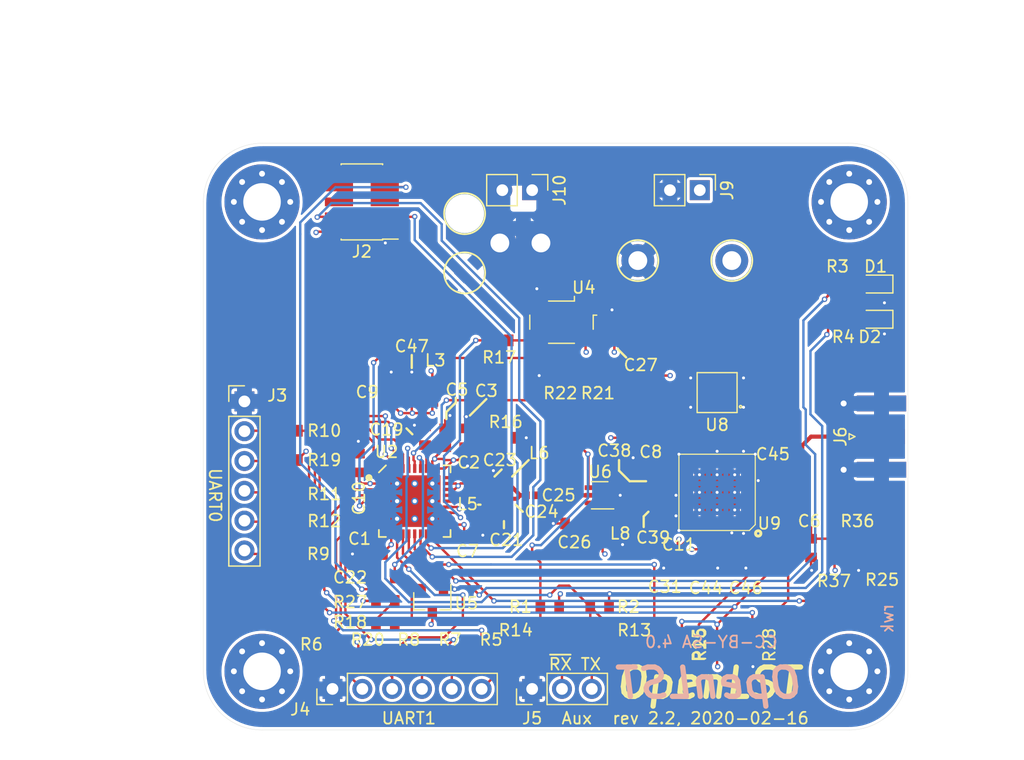
<source format=kicad_pcb>
(kicad_pcb (version 20210228) (generator pcbnew)
  (title_block (title "OpenLST") (date "2018-07-08") (rev "1"))
  (layers (0 "F.Cu" signal) (1 "In1.Cu" power) (2 "In2.Cu" power) (31 "B.Cu" signal) (34 "B.Paste" user) (35 "F.Paste" user) (36 "B.SilkS" user "B.Silkscreen") (37 "F.SilkS" user "F.Silkscreen") (38 "B.Mask" user) (39 "F.Mask" user) (44 "Edge.Cuts" user))
  (net 0 "")
  (net 1 "/3V3_FILT")
  (net 2 "GND")
  (net 4 "+3V3")
  (net 5 "Net-(C19-Pad1)")
  (net 6 "Net-(C21-Pad2)")
  (net 7 "Net-(C22-Pad1)")
  (net 8 "Net-(C23-Pad2)")
  (net 9 "Net-(C24-Pad1)")
  (net 10 "Net-(C24-Pad2)")
  (net 11 "Net-(C25-Pad2)")
  (net 12 "Net-(C26-Pad1)")
  (net 13 "Net-(C38-Pad1)")
  (net 14 "Net-(C38-Pad2)")
  (net 15 "Net-(C39-Pad1)")
  (net 16 "Net-(C39-Pad2)")
  (net 17 "/PA_VAPC")
  (net 18 "Net-(C45-Pad1)")
  (net 19 "Net-(C45-Pad2)")
  (net 20 "Net-(D1-Pad2)")
  (net 21 "Net-(D2-Pad2)")
  (net 23 "/PROG_DC")
  (net 24 "/PROG_DD")
  (net 25 "/~LST_RESET")
  (net 26 "/UART0_RTS")
  (net 27 "Net-(J3-Pad3)")
  (net 28 "/UART0_RX")
  (net 29 "/UART0_TX")
  (net 30 "/UART0_CTS")
  (net 31 "/UART1_RTS")
  (net 32 "Net-(J4-Pad3)")
  (net 33 "/UART1_RX")
  (net 34 "/UART1_TX")
  (net 35 "/UART1_CTS")
  (net 36 "/~LST_RX_MODE")
  (net 37 "Net-(R3-Pad2)")
  (net 38 "Net-(R4-Pad2)")
  (net 39 "Net-(R5-Pad1)")
  (net 40 "Net-(R6-Pad1)")
  (net 41 "Net-(R7-Pad1)")
  (net 42 "Net-(R8-Pad1)")
  (net 43 "Net-(R9-Pad1)")
  (net 44 "Net-(R10-Pad1)")
  (net 45 "Net-(R11-Pad1)")
  (net 46 "Net-(R12-Pad1)")
  (net 47 "/RF_EN")
  (net 48 "Net-(R15-Pad2)")
  (net 49 "Net-(R16-Pad2)")
  (net 50 "Net-(R17-Pad1)")
  (net 51 "Net-(R17-Pad2)")
  (net 52 "/AN0")
  (net 53 "/AN1")
  (net 54 "/RF_BYP")
  (net 55 "Net-(U8-Pad2)")
  (net 56 "Net-(J5-Pad2)")
  (net 57 "Net-(J5-Pad3)")
  (net 58 "Net-(R25-Pad2)")
  (net 61 "/LST_TX_MODE")
  (net 62 "Net-(U8-Pad5)")
  (net 63 "VAA")
  (footprint "openlst:TI_CC_QFN36" (layer "F.Cu") (at 131.5 69)
    (fp_text reference "U2")
    (fp_text value "CC1110")
  )
  (footprint "openlst:Qorvo_LGA_28_ThermalVias" (layer "F.Cu") (at 157.25 68.25 180)
    (fp_text reference "U9")
    (fp_text value "RFFM6406")
  )
  (footprint "archive:C_0603_1608Metric" (layer "F.Cu") (at 128 73.5 180)
    (fp_text reference "C1")
    (fp_text value "0.1u")
  )
  (footprint "archive:C_0402_1005Metric" (layer "F.Cu") (at 136.1 67.1 90)
    (fp_text reference "C2")
    (fp_text value "220p")
  )
  (footprint "archive:C_0603_1608Metric" (layer "F.Cu") (at 135.8 63.6 90)
    (fp_text reference "C3")
    (fp_text value "0.1u")
  )
  (footprint "archive:C_0603_1608Metric" (layer "F.Cu") (at 134.1 63.6 90)
    (fp_text reference "C5")
    (fp_text value "0.1u")
  )
  (footprint "archive:C_0603_1608Metric" (layer "F.Cu") (at 165.25 73 -90)
    (fp_text reference "C6")
    (fp_text value "0.1u")
  )
  (footprint "archive:C_0402_1005Metric" (layer "F.Cu") (at 136.1 71.9)
    (fp_text reference "C7")
    (fp_text value "220p")
  )
  (footprint "archive:C_0603_1608Metric" (layer "F.Cu") (at 151.75 66.25 180)
    (fp_text reference "C8")
    (fp_text value "0.1u")
  )
  (footprint "archive:C_0603_1608Metric" (layer "F.Cu") (at 129.5 59.75 -90)
    (fp_text reference "C9")
    (fp_text value "1u")
  )
  (footprint "archive:C_0603_1608Metric" (layer "F.Cu") (at 126.75 65.75 90)
    (fp_text reference "C10")
    (fp_text value "0.1u")
  )
  (footprint "archive:C_0603_1608Metric" (layer "F.Cu") (at 132.375 63.425 90)
    (fp_text reference "C19")
    (fp_text value "1n")
  )
  (footprint "archive:C_0402_1005Metric" (layer "F.Cu") (at 139.2 70 180)
    (fp_text reference "C21")
    (fp_text value "220p")
  )
  (footprint "archive:C_0603_1608Metric" (layer "F.Cu") (at 129 75.5 180)
    (fp_text reference "C22")
    (fp_text value "1n")
  )
  (footprint "archive:C_0402_1005Metric" (layer "F.Cu") (at 137.6 67.2 -90)
    (fp_text reference "C23")
    (fp_text value "3.9p")
  )
  (footprint "archive:C_0402_1005Metric" (layer "F.Cu") (at 139.2 68.8)
    (fp_text reference "C24")
    (fp_text value "3.9p")
  )
  (footprint "archive:C_0402_1005Metric" (layer "F.Cu") (at 141.4 68.5)
    (fp_text reference "C25")
    (fp_text value "220p")
  )
  (footprint "archive:C_0603_1608Metric" (layer "F.Cu") (at 145.1 70.9 180)
    (fp_text reference "C26")
    (fp_text value "0.1u")
  )
  (footprint "archive:C_0603_1608Metric" (layer "F.Cu") (at 148.5 54.5 90)
    (fp_text reference "C27")
    (fp_text value "0.1u")
  )
  (footprint "archive:C_0603_1608Metric" (layer "F.Cu") (at 153.9 73.9 -90)
    (fp_text reference "C31")
    (fp_text value "0.1u")
  )
  (footprint "archive:C_0402_1005Metric" (layer "F.Cu") (at 152.25 67.75)
    (fp_text reference "C38")
    (fp_text value "220p")
  )
  (footprint "archive:C_0402_1005Metric" (layer "F.Cu") (at 152.25 69.25)
    (fp_text reference "C39")
    (fp_text value "220p")
  )
  (footprint "archive:C_0603_1608Metric" (layer "F.Cu") (at 156.3 73.9 -90)
    (fp_text reference "C44")
    (fp_text value "1u")
  )
  (footprint "archive:C_0402_1005Metric" (layer "F.Cu") (at 162 66.25 180)
    (fp_text reference "C45")
    (fp_text value "220p")
  )
  (footprint "archive:C_0603_1608Metric" (layer "F.Cu") (at 158.5 73.9 -90)
    (fp_text reference "C46")
    (fp_text value "1u")
  )
  (footprint "archive:C_0603_1608Metric" (layer "F.Cu") (at 131.25 59.75 -90)
    (fp_text reference "C47")
    (fp_text value "1u")
  )
  (footprint "archive:LED_0603_1608Metric" (layer "F.Cu") (at 170.75 50.5 180)
    (fp_text reference "D1")
    (fp_text value "LED")
  )
  (footprint "archive:LED_0603_1608Metric" (layer "F.Cu") (at 170.75 53.5 180)
    (fp_text reference "D2")
    (fp_text value "LED")
  )
  (footprint "archive:PinHeader_2x05_P1.27mm_Vertical_SMD" (layer "F.Cu") (at 127 43.5 180)
    (fp_text reference "J2")
    (fp_text value "CC Prog/Debug")
  )
  (footprint "archive:PinHeader_1x06_P2.54mm_Vertical" (layer "F.Cu") (at 117 60.5)
    (fp_text reference "J3")
    (fp_text value "UART0")
  )
  (footprint "archive:PinHeader_1x06_P2.54mm_Vertical" (layer "F.Cu") (at 124.5 85 90)
    (fp_text reference "J4")
    (fp_text value "UART1")
  )
  (footprint "archive:PinHeader_1x03_P2.54mm_Vertical" (layer "F.Cu") (at 141.5 85 90)
    (fp_text reference "J5")
    (fp_text value "Control Outputs")
  )
  (footprint "Connector_Coaxial:SMA_Samtec_SMA-J-P-H-ST-EM1_EdgeMount" (layer "F.Cu") (at 171.25 63.5)
    (fp_text reference "J6")
    (fp_text value "ANT")
  )
  (footprint "archive:L_0603_1608Metric" (layer "F.Cu") (at 133 59.75 -90)
    (fp_text reference "L3")
    (fp_text value "Z=1k @ 100M")
  )
  (footprint "archive:L_0402_1005Metric" (layer "F.Cu") (at 137.6 69.2 90)
    (fp_text reference "L5")
    (fp_text value "27n")
  )
  (footprint "archive:L_0402_1005Metric" (layer "F.Cu") (at 139.2 67.6)
    (fp_text reference "L6")
    (fp_text value "27n")
  )
  (footprint "archive:L_0603_1608Metric" (layer "F.Cu") (at 147.5 71.7 90)
    (fp_text reference "L8")
    (fp_text value "Z=1k @ 100M")
  )
  (footprint "archive:MountingHole_3.2mm_M3_Pad_Via" (layer "F.Cu") (at 118.5 83.5)
    (fp_text reference "MK1" hide)
    (fp_text value "M3_Hole")
  )
  (footprint "archive:MountingHole_3.2mm_M3_Pad_Via" (layer "F.Cu") (at 118.5 43.5)
    (fp_text reference "MK2" hide)
    (fp_text value "M3_Hole")
  )
  (footprint "archive:MountingHole_3.2mm_M3_Pad_Via" (layer "F.Cu") (at 168.5 43.5)
    (fp_text reference "MK3" hide)
    (fp_text value "M3_Hole")
  )
  (footprint "archive:MountingHole_3.2mm_M3_Pad_Via" (layer "F.Cu") (at 168.5 83.5)
    (fp_text reference "MK4" hide)
    (fp_text value "M3_Hole")
  )
  (footprint "archive:R_0603_1608Metric" (layer "F.Cu") (at 143 78 180)
    (fp_text reference "R1")
    (fp_text value "1K")
  )
  (footprint "archive:R_0603_1608Metric" (layer "F.Cu") (at 167.5 50.5 180)
    (fp_text reference "R3")
    (fp_text value "1K")
  )
  (footprint "archive:R_0603_1608Metric" (layer "F.Cu") (at 167.5 53.5 180)
    (fp_text reference "R4")
    (fp_text value "1K")
  )
  (footprint "archive:R_0603_1608Metric" (layer "F.Cu") (at 138 82)
    (fp_text reference "R5")
    (fp_text value "100")
  )
  (footprint "archive:R_0603_1608Metric" (layer "F.Cu") (at 124.5 81.25 -90)
    (fp_text reference "R6")
    (fp_text value "100")
  )
  (footprint "archive:R_0603_1608Metric" (layer "F.Cu") (at 134.5 82)
    (fp_text reference "R7")
    (fp_text value "100")
  )
  (footprint "archive:R_0603_1608Metric" (layer "F.Cu") (at 131 82)
    (fp_text reference "R8")
    (fp_text value "100")
  )
  (footprint "archive:R_0603_1608Metric" (layer "F.Cu") (at 120.75 73.5 180)
    (fp_text reference "R9")
    (fp_text value "100")
  )
  (footprint "archive:R_0603_1608Metric" (layer "F.Cu") (at 120.75 63 180)
    (fp_text reference "R10")
    (fp_text value "100")
  )
  (footprint "archive:R_0603_1608Metric" (layer "F.Cu") (at 120.75 68.25 180)
    (fp_text reference "R11")
    (fp_text value "100")
  )
  (footprint "archive:R_0603_1608Metric" (layer "F.Cu") (at 120.75 70.75 180)
    (fp_text reference "R12")
    (fp_text value "100")
  )
  (footprint "archive:R_0603_1608Metric" (layer "F.Cu") (at 147.25 80)
    (fp_text reference "R13")
    (fp_text value "100")
  )
  (footprint "archive:R_0603_1608Metric" (layer "F.Cu") (at 143 80)
    (fp_text reference "R14")
    (fp_text value "100")
  )
  (footprint "archive:R_0603_1608Metric" (layer "F.Cu") (at 154.25 81.25 -90)
    (fp_text reference "R15")
    (fp_text value "DNI")
  )
  (footprint "archive:R_0603_1608Metric" (layer "F.Cu") (at 139.3 63.6 180)
    (fp_text reference "R16")
    (fp_text value "56K")
  )
  (footprint "archive:R_0603_1608Metric" (layer "F.Cu") (at 138.7 55.3 180)
    (fp_text reference "R17")
    (fp_text value "100")
  )
  (footprint "archive:R_0603_1608Metric" (layer "F.Cu") (at 129 79.5 180)
    (fp_text reference "R18")
    (fp_text value "1K")
  )
  (footprint "archive:R_0603_1608Metric" (layer "F.Cu") (at 120.75 65.5 180)
    (fp_text reference "R19")
    (fp_text value "DNI")
  )
  (footprint "archive:R_0603_1608Metric" (layer "F.Cu") (at 127.5 82)
    (fp_text reference "R20")
    (fp_text value "DNI")
  )
  (footprint "archive:R_0603_1608Metric" (layer "F.Cu") (at 147.1 58.3)
    (fp_text reference "R21")
    (fp_text value "33K")
  )
  (footprint "archive:R_0603_1608Metric" (layer "F.Cu") (at 143.9 58.3)
    (fp_text reference "R22")
    (fp_text value "10K")
  )
  (footprint "archive:R_0603_1608Metric" (layer "F.Cu") (at 171.25 73 -90)
    (fp_text reference "R25")
    (fp_text value "DNI")
  )
  (footprint "archive:R_0603_1608Metric" (layer "F.Cu") (at 157.25 81.25 -90)
    (fp_text reference "R26")
    (fp_text value "1K")
  )
  (footprint "archive:R_0603_1608Metric" (layer "F.Cu") (at 129 77.5 180)
    (fp_text reference "R27")
    (fp_text value "33K")
  )
  (footprint "archive:R_0603_1608Metric" (layer "F.Cu") (at 160.25 81.25 -90)
    (fp_text reference "R28")
    (fp_text value "1K")
  )
  (footprint "archive:R_0603_1608Metric" (layer "F.Cu") (at 169.25 73 -90)
    (fp_text reference "R36")
    (fp_text value "5K6")
  )
  (footprint "archive:R_0603_1608Metric" (layer "F.Cu") (at 167.25 73 90)
    (fp_text reference "R37")
    (fp_text value "3K3")
  )
  (footprint "archive:Oscillator_SMD_Fordahl_DFAS15-4Pin_5.0x3.2mm" (layer "F.Cu") (at 144 53.75 180)
    (fp_text reference "U4")
    (fp_text value "FOX924 27MHz")
  )
  (footprint "archive:SOT-23" (layer "F.Cu") (at 133 77.5 -90)
    (fp_text reference "U5")
    (fp_text value "TLV803S")
  )
  (footprint "archive:SOT-363_SC-70-6" (layer "F.Cu") (at 147.25 68.5 180)
    (fp_text reference "U6")
    (fp_text value "PE4259")
  )
  (footprint "openlst:SAW-6_3.0mm" (layer "F.Cu") (at 157.25 59.75 180)
    (fp_text reference "U8")
    (fp_text value "SF2446E")
  )
  (footprint "archive:R_0603_1608Metric" (layer "F.Cu") (at 147.25 78)
    (fp_text reference "R2")
    (fp_text value "1K")
  )
  (footprint "archive:C_0603_1608Metric" (layer "F.Cu") (at 151 72.7 180)
    (fp_text reference "C11")
    (fp_text value "0.1u")
  )
  (footprint "Connector_PinHeader_2.54mm:PinHeader_1x02_P2.54mm_Vertical" (layer "F.Cu") (at 141.5 42.5 -90)
    (fp_text reference "J10")
    (fp_text value "Conn_01x02")
  )
  (footprint "TestPoint:TestPoint_Keystone_5010-5014_Multipurpose" (layer "F.Cu") (at 158.5 48.5)
    (fp_text reference "TP1" hide)
    (fp_text value "TestPoint")
  )
  (footprint "TestPoint:TestPoint_Keystone_5010-5014_Multipurpose" (layer "F.Cu") (at 135.75 44.5)
    (fp_text reference "TP3" hide)
    (fp_text value "TestPoint")
  )
  (footprint "Connector_PinHeader_2.54mm:PinHeader_1x02_P2.54mm_Vertical" (layer "F.Cu") (at 155.775 42.5 -90)
    (fp_text reference "J9")
    (fp_text value "Conn_01x02")
  )
  (footprint "TestPoint:TestPoint_Keystone_5010-5014_Multipurpose" (layer "F.Cu") (at 135.75 49.55)
    (fp_text reference "TP2" hide)
    (fp_text value "TestPoint")
  )
  (footprint "TestPoint:TestPoint_Keystone_5010-5014_Multipurpose" (layer "F.Cu") (at 150.5 48.5)
    (fp_text reference "TP4" hide)
    (fp_text value "TestPoint")
  )
  (gr_line (start 135 60.6) (end 134.2 61.4) (angle 90) (layer "F.SilkS") (width 0.2))
  (gr_line (start 148.9 66.4) (end 149.8 67.3) (angle 90) (layer "F.SilkS") (width 0.2))
  (gr_line (start 131.25 56.55) (end 131.25 57.65) (angle 90) (layer "F.SilkS") (width 0.2))
  (gr_line (start 138.9 66.3) (end 138.3 66.9) (angle 90) (layer "F.SilkS") (width 0.2))
  (gr_line (start 149.5 56.75) (end 148.8 56.05) (angle 90) (layer "F.SilkS") (width 0.2))
  (gr_line (start 137.6 60.3) (end 136.2 61.7) (angle 90) (layer "F.SilkS") (width 0.2))
  (gr_line (start 149.8 67.3) (end 151.2 67.3) (angle 90) (layer "F.SilkS") (width 0.2))
  (gr_line (start 148.8 56.05) (end 148.8 56) (angle 90) (layer "F.SilkS") (width 0.2))
  (gr_line (start 151 70.3) (end 151.4 69.9) (angle 90) (layer "F.SilkS") (width 0.2))
  (gr_line (start 134.2 61.4) (end 134.2 62) (angle 90) (layer "F.SilkS") (width 0.2))
  (gr_line (start 135 60.2) (end 135 60.6) (angle 90) (layer "F.SilkS") (width 0.2))
  (gr_line (start 148.9 65.5) (end 148.9 66.4) (angle 90) (layer "F.SilkS") (width 0.2))
  (gr_line (start 151 71.2) (end 151 70.3) (angle 90) (layer "F.SilkS") (width 0.2))
  (gr_line (start 140.1 69.3) (end 140.7 69.9) (angle 90) (layer "F.SilkS") (width 0.2))
  (gr_line (start 141.2 65.5) (end 139.8 66.9) (angle 90) (layer "F.SilkS") (width 0.2))
  (gr_line (start 134.2 62) (end 134.2 61.9) (angle 90) (layer "F.SilkS") (width 0.2))
  (gr_line (start 139.1 71.3) (end 139.1 70.7) (angle 90) (layer "F.SilkS") (width 0.2))
  (gr_line (start 130.8 62.8) (end 131.3 63.3) (angle 90) (layer "F.SilkS") (width 0.2))
  (gr_line (start 136.9 69.3) (end 137.1 69.3) (angle 90) (layer "F.SilkS") (width 0.2))
  (gr_arc (start 118.5 43.5) (end 113.5 43.5) (angle 90) (layer "Edge.Cuts") (width 0.0254))
  (gr_arc (start 168.5 43.5) (end 168.5 38.5) (angle 90) (layer "Edge.Cuts") (width 0.0254))
  (gr_line (start 118.5 38.5) (end 168.5 38.5) (angle 90) (layer "Edge.Cuts") (width 0.0254))
  (gr_arc (start 118.5 83.5) (end 118.5 88.5) (angle 90) (layer "Edge.Cuts") (width 0.0254))
  (gr_line (start 113.5 83.5) (end 113.5 43.5) (angle 90) (layer "Edge.Cuts") (width 0.0254))
  (gr_line (start 168.5 88.5) (end 118.5 88.5) (angle 90) (layer "Edge.Cuts") (width 0.0254))
  (gr_line (start 173.5 43.5) (end 173.5 83.5) (angle 90) (layer "Edge.Cuts") (width 0.0254))
  (gr_arc (start 168.5 83.5) (end 173.5 83.5) (angle 90) (layer "Edge.Cuts") (width 0.0254))
  (gr_text "CC-BY-SA 4.0" (at 162.5 81) (layer "B.SilkS") (effects (font (size 1 1)) (justify left mirror)))
  (gr_text "OpenLST" (at 156.7 84.5) (layer "B.SilkS") (effects (font (size 2.5 2.5) (thickness 0.45) italic) (justify mirror)))
  (gr_text "rwk" (at 171.75 79 90) (layer "B.SilkS") (effects (font (size 1 1)) (justify mirror)))
  (gr_text "~RX" (at 143.9 82.9) (layer "F.SilkS") (effects (font (size 1 1))))
  (gr_text "TX" (at 146.5 82.9) (layer "F.SilkS") (effects (font (size 1 1))))
  (gr_text "rev 2.2, 2020-02-16" (at 156.7 87.5) (layer "F.SilkS") (effects (font (size 1 1))))
  (gr_text "UART0" (at 114.5 68.5 270) (layer "F.SilkS") (effects (font (size 1 1))))
  (gr_text "Aux" (at 145.3 87.5) (layer "F.SilkS") (effects (font (size 1 1))))
  (gr_text "OpenLST" (at 156.5 84.5) (layer "F.SilkS") (effects (font (size 2.5 2.5) (thickness 0.45) italic)))
  (gr_text "UART1" (at 131 87.5) (layer "F.SilkS") (effects (font (size 1 1))))
  (segment (start 135.7125 71.0125) (end 135.7 71) (width 0.2032) (layer "F.Cu") (net 1))
  (segment (start 134.9 68) (end 135.2 67.7) (width 0.2032) (layer "F.Cu") (net 1))
  (segment (start 135.4125 67.4875) (end 135.2 67.7) (width 0.2032) (layer "F.Cu") (net 1))
  (segment (start 135 67.5) (end 135.2 67.7) (width 0.2032) (layer "F.Cu") (net 1))
  (segment (start 133 65.6) (end 133.2 65.4) (width 0.2032) (layer "F.Cu") (net 1))
  (segment (start 134.08 66.22) (end 134.8 65.5) (width 0.2032) (layer "F.Cu") (net 1))
  (segment (start 135.8 64.9) (end 135.2 65.5) (width 0.2032) (layer "F.Cu") (net 1))
  (segment (start 135.2 65.5) (end 134.8 65.5) (width 0.2032) (layer "F.Cu") (net 1))
  (segment (start 133.9 65.4) (end 134 65.5) (width 0.2032) (layer "F.Cu") (net 1))
  (segment (start 134 65.5) (end 134.8 65.5) (width 0.2032) (layer "F.Cu") (net 1))
  (segment (start 133.2 65.3) (end 134.1 64.4) (width 0.2032) (layer "F.Cu") (net 1))
  (segment (start 126.75 67.25) (end 127 67.5) (width 0.2032) (layer "F.Cu") (net 1))
  (segment (start 127 67.5) (end 127.7 67.5) (width 0.2032) (layer "F.Cu") (net 1))
  (segment (start 129.5 72.7) (end 128.8 73.4) (width 0.2032) (layer "F.Cu") (net 1))
  (segment (start 135.15 69.5) (end 135.3 69.65) (width 0.2032) (layer "F.Cu") (net 1))
  (segment (start 131.25 61.45) (end 131.3 61.5) (width 0.2032) (layer "F.Cu") (net 1))
  (segment (start 130.3 61.5) (end 129.5 60.7) (width 0.2032) (layer "F.Cu") (net 1))
  (segment (start 131.3 61.5) (end 133 61.5) (width 0.2032) (layer "F.Cu") (net 1))
  (segment (start 135.8 64.4) (end 135.8 64.9) (width 0.2032) (layer "F.Cu") (net 1))
  (segment (start 134.28 69.5) (end 135.15 69.5) (width 0.2032) (layer "F.Cu") (net 1))
  (segment (start 128.8 73.5) (end 128.8 73.4) (width 0.2032) (layer "F.Cu") (net 1))
  (segment (start 133 66.22) (end 133 65.6) (width 0.2032) (layer "F.Cu") (net 1))
  (segment (start 131.25 60.55) (end 131.25 61.45) (width 0.2032) (layer "F.Cu") (net 1))
  (segment (start 131.3 61.5) (end 130.3 61.5) (width 0.2032) (layer "F.Cu") (net 1))
  (segment (start 128.72 67.5) (end 127.7 67.5) (width 0.2032) (layer "F.Cu") (net 1))
  (segment (start 133.2 65.4) (end 133.2 65.3) (width 0.2032) (layer "F.Cu") (net 1))
  (segment (start 129.5 71.78) (end 129.5 72.7) (width 0.2032) (layer "F.Cu") (net 1))
  (segment (start 134.08 66.22) (end 133.5 66.22) (width 0.2032) (layer "F.Cu") (net 1))
  (segment (start 133 60.55) (end 133 61.5) (width 0.2032) (layer "F.Cu") (net 1))
  (segment (start 133.2 65.4) (end 133.9 65.4) (width 0.2032) (layer "F.Cu") (net 1))
  (segment (start 135.7 71) (end 134.28 71) (width 0.2032) (layer "F.Cu") (net 1))
  (segment (start 126.75 67.25) (end 126.75 66.55) (width 0.2032) (layer "F.Cu") (net 1))
  (segment (start 129.5 60.55) (end 129.5 60.7) (width 0.2032) (layer "F.Cu") (net 1))
  (segment (start 134.28 67.5) (end 135 67.5) (width 0.2032) (layer "F.Cu") (net 1))
  (segment (start 136.1 67.4875) (end 135.4125 67.4875) (width 0.2032) (layer "F.Cu") (net 1))
  (segment (start 135.7125 71.9) (end 135.7125 71.0125) (width 0.2032) (layer "F.Cu") (net 1))
  (segment (start 134.9 68) (end 134.28 68) (width 0.2032) (layer "F.Cu") (net 1))
  (via (at 131.3 61.5) (size 0.4572) (drill 0.254) (layers "F.Cu" "B.Cu") (net 1))
  (via (at 130.3 61.5) (size 0.4572) (drill 0.254) (layers "F.Cu" "B.Cu") (net 1))
  (via (at 135.3 69.65) (size 0.4572) (drill 0.254) (layers "F.Cu" "B.Cu") (net 1))
  (via (at 127.7 67.5) (size 0.4572) (drill 0.254) (layers "F.Cu" "B.Cu") (net 1))
  (via (at 135.2 67.7) (size 0.4572) (drill 0.254) (layers "F.Cu" "B.Cu") (net 1))
  (via (at 133 61.5) (size 0.4572) (drill 0.254) (layers "F.Cu" "B.Cu") (net 1))
  (via (at 129.5 72.7) (size 0.4572) (drill 0.254) (layers "F.Cu" "B.Cu") (net 1))
  (via (at 133.2 65.4) (size 0.4572) (drill 0.254) (layers "F.Cu" "B.Cu") (net 1))
  (via (at 135.7 71) (size 0.4572) (drill 0.254) (layers "F.Cu" "B.Cu") (net 1))
  (via (at 134.8 65.5) (size 0.4572) (drill 0.254) (layers "F.Cu" "B.Cu") (net 1))
  (segment (start 154.6 65.6) (end 154 65) (width 0.127) (layer "F.Cu") (net 2))
  (segment (start 159.9 65.6) (end 160.5 65) (width 0.127) (layer "F.Cu") (net 2))
  (segment (start 159.5 64.75) (end 159.063 65.187) (width 0.127) (layer "F.Cu") (net 2))
  (segment (start 157.613 65.113) (end 157.25 64.75) (width 0.127) (layer "F.Cu") (net 2))
  (segment (start 156.887 65.113) (end 157.25 64.75) (width 0.127) (layer "F.Cu") (net 2))
  (segment (start 160.625 67.125) (end 160.75 67.25) (width 0.127) (layer "F.Cu") (net 2))
  (segment (start 159.875 71.375) (end 159.5 71.75) (width 0.127) (layer "F.Cu") (net 2))
  (segment (start 159.063 71.313) (end 159.5 71.75) (width 0.127) (layer "F.Cu") (net 2))
  (segment (start 154.6 70.9) (end 154 71.5) (width 0.127) (layer "F.Cu") (net 2))
  (segment (start 153.875 70.125) (end 153.75 70.25) (width 0.127) (layer "F.Cu") (net 2))
  (segment (start 153.875 68.625) (end 153.75 68.5) (width 0.127) (layer "F.Cu") (net 2))
  (segment (start 126.75 63.95) (end 126.7 63.9) (width 0.2032) (layer "F.Cu") (net 2))
  (segment (start 134.1 62.1) (end 134.5 61.7) (width 0.2032) (layer "F.Cu") (net 2))
  (segment (start 135.9 61.8) (end 135.8 61.9) (width 0.2032) (layer "F.Cu") (net 2))
  (segment (start 139.5875 70.7875) (end 139.7 70.9) (width 0.2032) (layer "F.Cu") (net 2))
  (segment (start 137.7875 66.8125) (end 138.2 66.4) (width 0.2032) (layer "F.Cu") (net 2))
  (segment (start 158.338 71.538) (end 158.5 71.7) (width 0.2032) (layer "F.Cu") (net 2))
  (segment (start 150.95 66.15) (end 150.1 65.3) (width 0.2032) (layer "F.Cu") (net 2))
  (segment (start 148.05 76.95) (end 148.1 76.9) (width 0.2032) (layer "F.Cu") (net 2))
  (segment (start 131.575 62.625) (end 131.475 62.525) (width 0.2032) (layer "F.Cu") (net 2))
  (segment (start 171.55 52.15) (end 171.5 52.1) (width 0.2032) (layer "F.Cu") (net 2))
  (segment (start 171.55 52.05) (end 171.5 52.1) (width 0.2032) (layer "F.Cu") (net 2))
  (segment (start 141.95 50.95) (end 141.9 50.9) (width 0.2032) (layer "F.Cu") (net 2))
  (segment (start 148.5 52.9) (end 148.3 52.7) (width 0.2032) (layer "F.Cu") (net 2))
  (segment (start 160.25 83.05) (end 160.3 83.1) (width 0.2032) (layer "F.Cu") (net 2))
  (segment (start 169.25 74.85) (end 169.3 74.9) (width 0.2032) (layer "F.Cu") (net 2))
  (segment (start 165.25 74.85) (end 165.3 74.9) (width 0.2032) (layer "F.Cu") (net 2))
  (segment (start 136.1 66.1) (end 136 66) (width 0.2032) (layer "F.Cu") (net 2))
  (segment (start 128.95 46.95) (end 129 47) (width 0.2032) (layer "F.Cu") (net 2))
  (segment (start 171.55 54.7) (end 171.5 54.75) (width 0.2032) (layer "F.Cu") (net 2))
  (segment (start 171.25 60.675) (end 168.025 60.675) (width 0.4572) (layer "F.Cu") (net 2))
  (segment (start 144.3 70.9) (end 143.3 70.9) (width 0.2032) (layer "F.Cu") (net 2))
  (segment (start 155.055 58.555) (end 155 58.5) (width 0.127) (layer "F.Cu") (net 2))
  (segment (start 136.1 66.7125) (end 136.1 66.1) (width 0.2032) (layer "F.Cu") (net 2))
  (segment (start 134.1 62.8) (end 134.1 62.1) (width 0.2032) (layer "F.Cu") (net 2))
  (segment (start 154.625 65.6) (end 154.6 65.6) (width 0.127) (layer "F.Cu") (net 2))
  (segment (start 169.25 73.8) (end 169.25 74.85) (width 0.2032) (layer "F.Cu") (net 2))
  (segment (start 140.1 63.6) (end 141 63.6) (width 0.2032) (layer "F.Cu") (net 2))
  (segment (start 150.95 66.25) (end 150.95 66.15) (width 0.2032) (layer "F.Cu") (net 2))
  (segment (start 159.063 65.187) (end 159.063 65.625) (width 0.127) (layer "F.Cu") (net 2))
  (segment (start 148.05 78) (end 148.05 76.95) (width 0.2032) (layer "F.Cu") (net 2))
  (segment (start 139.5875 70) (end 139.5875 70.7875) (width 0.2032) (layer "F.Cu") (net 2))
  (segment (start 150.2 72.7) (end 149.2 72.7) (width 0.2032) (layer "F.Cu") (net 2))
  (segment (start 148.5 53.7) (end 148.5 52.9) (width 0.2032) (layer "F.Cu") (net 2))
  (segment (start 159.875 71.375) (end 159.875 70.9) (width 0.127) (layer "F.Cu") (net 2))
  (segment (start 135.8 61.9) (end 135.8 62.8) (width 0.2032) (layer "F.Cu") (net 2))
  (segment (start 171.55 52.15) (end 171.55 53.5) (width 0.2032) (layer "F.Cu") (net 2))
  (segment (start 159.445 60.945) (end 159.5 61) (width 0.127) (layer "F.Cu") (net 2))
  (segment (start 157.613 65.113) (end 157.613 65.625) (width 0.127) (layer "F.Cu") (net 2))
  (segment (start 171.25 66.325) (end 168.025 66.325) (width 0.4572) (layer "F.Cu") (net 2))
  (segment (start 141.95 52.35) (end 141.95 50.95) (width 0.2032) (layer "F.Cu") (net 2))
  (segment (start 131.25 58.95) (end 131.25 58) (width 0.2032) (layer "F.Cu") (net 2))
  (segment (start 148.2 68.5) (end 149 68.5) (width 0.2032) (layer "F.Cu") (net 2))
  (segment (start 156.3 74.7) (end 157.3 74.7) (width 0.2032) (layer "F.Cu") (net 2))
  (segment (start 159.445 58.555) (end 159.5 58.5) (width 0.127) (layer "F.Cu") (net 2))
  (segment (start 158.325 58.555) (end 159.445 58.555) (width 0.127) (layer "F.Cu") (net 2))
  (segment (start 155.055 60.945) (end 155 61) (width 0.127) (layer "F.Cu") (net 2))
  (segment (start 158 60.945) (end 159.445 60.945) (width 0.127) (layer "F.Cu") (net 2))
  (segment (start 126.75 64.95) (end 126.75 63.95) (width 0.2032) (layer "F.Cu") (net 2))
  (segment (start 136.4875 71.9) (end 137.3 71.9) (width 0.2032) (layer "F.Cu") (net 2))
  (segment (start 171.55 53.5) (end 171.55 54.7) (width 0.2032) (layer "F.Cu") (net 2))
  (segment (start 137.6 66.8125) (end 137.7875 66.8125) (width 0.2032) (layer "F.Cu") (net 2))
  (segment (start 154.625 70.9) (end 154.6 70.9) (width 0.127) (layer "F.Cu") (net 2))
  (segment (start 128.95 46.04) (end 128.95 46.95) (width 0.2032) (layer "F.Cu") (net 2))
  (segment (start 127.2 73.5) (end 126.2 73.5) (width 0.2032) (layer "F.Cu") (net 2))
  (segment (start 171.55 50.5) (end 171.55 52.05) (width 0.2032) (layer "F.Cu") (net 2))
  (segment (start 159.875 67.125) (end 160.625 67.125) (width 0.127) (layer "F.Cu") (net 2))
  (segment (start 132.375 62.625) (end 131.575 62.625) (width 0.2032) (layer "F.Cu") (net 2))
  (segment (start 158.338 70.875) (end 158.338 71.538) (width 0.2032) (layer "F.Cu") (net 2))
  (segment (start 153.9 74.7) (end 152.7 74.7) (width 0.2032) (layer "F.Cu") (net 2))
  (segment (start 128.2 75.5) (end 127.1 75.5) (width 0.2032) (layer "F.Cu") (net 2))
  (segment (start 129.5 58.95) (end 129.5 58) (width 0.2032) (layer "F.Cu") (net 2))
  (segment (start 160.25 82.05) (end 160.25 83.05) (width 0.2032) (layer "F.Cu") (net 2))
  (segment (start 159.875 65.6) (end 159.9 65.6) (width 0.127) (layer "F.Cu") (net 2))
  (segment (start 156.175 60.945) (end 155.055 60.945) (width 0.127) (layer "F.Cu") (net 2))
  (segment (start 143.1 58.3) (end 142.1 58.3) (width 0.2032) (layer "F.Cu") (net 2))
  (segment (start 154.625 70.125) (end 153.875 70.125) (width 0.127) (layer "F.Cu") (net 2))
  (segment (start 156.887 65.625) (end 156.887 65.113) (width 0.127) (layer "F.Cu") (net 2))
  (segment (start 158.5 74.7) (end 159.7 74.7) (width 0.2032) (layer "F.Cu") (net 2))
  (segment (start 156.175 58.555) (end 155.055 58.555) (width 0.127) (layer "F.Cu") (net 2))
  (segment (start 133.95 76.5) (end 134.9 76.5) (width 0.2032) (layer "F.Cu") (net 2))
  (segment (start 165.25 73.8) (end 165.25 74.85) (width 0.2032) (layer "F.Cu") (net 2))
  (segment (start 159.063 70.875) (end 159.063 71.313) (width 0.127) (layer "F.Cu") (net 2))
  (segment (start 154.625 68.625) (end 153.875 68.625) (width 0.127) (layer "F.Cu") (net 2))
  (via (at 168.025 60.675) (size 1.016) (drill 0.508) (layers "F.Cu" "B.Cu") (net 2))
  (via (at 149.2 72.7) (size 0.4572) (drill 0.254) (layers "F.Cu" "B.Cu") (net 2))
  (via (at 159.5 58.5) (size 0.4572) (drill 0.254) (layers "F.Cu" "B.Cu") (net 2))
  (via (at 131.25 58) (size 0.4572) (drill 0.254) (layers "F.Cu" "B.Cu") (net 2))
  (via (at 135.9 61.8) (size 0.4572) (drill 0.254) (layers "F.Cu" "B.Cu") (net 2))
  (via (at 165.3 74.9) (size 0.4572) (drill 0.254) (layers "F.Cu" "B.Cu") (net 2))
  (via (at 153.75 68.5) (size 0.4572) (drill 0.254) (layers "F.Cu" "B.Cu") (net 2))
  (via (at 169.3 74.9) (size 0.4572) (drill 0.254) (layers "F.Cu" "B.Cu") (net 2))
  (via (at 159.5 71.75) (size 0.4572) (drill 0.254) (layers "F.Cu" "B.Cu") (net 2))
  (via (at 157.3 74.7) (size 0.4572) (drill 0.254) (layers "F.Cu" "B.Cu") (net 2))
  (via (at 154 65) (size 0.4572) (drill 0.254) (layers "F.Cu" "B.Cu") (net 2))
  (via (at 129.5 58) (size 0.4572) (drill 0.254) (layers "F.Cu" "B.Cu") (net 2))
  (via (at 126.7 63.9) (size 0.4572) (drill 0.254) (layers "F.Cu" "B.Cu") (net 2))
  (via (at 136 66) (size 0.4572) (drill 0.254) (layers "F.Cu" "B.Cu") (net 2))
  (via (at 159.7 74.7) (size 0.4572) (drill 0.254) (layers "F.Cu" "B.Cu") (net 2))
  (via (at 155 58.5) (size 0.4572) (drill 0.254) (layers "F.Cu" "B.Cu") (net 2))
  (via (at 141.9 50.9) (size 0.4572) (drill 0.254) (layers "F.Cu" "B.Cu") (net 2))
  (via (at 141 63.6) (size 0.4572) (drill 0.254) (layers "F.Cu" "B.Cu") (net 2))
  (via (at 160.3 83.1) (size 0.4572) (drill 0.254) (layers "F.Cu" "B.Cu") (net 2))
  (via (at 143.3 70.9) (size 0.4572) (drill 0.254) (layers "F.Cu" "B.Cu") (net 2))
  (via (at 127.1 75.5) (size 0.4572) (drill 0.254) (layers "F.Cu" "B.Cu") (net 2))
  (via (at 159.5 61) (size 0.4572) (drill 0.254) (layers "F.Cu" "B.Cu") (net 2))
  (via (at 154 71.5) (size 0.4572) (drill 0.254) (layers "F.Cu" "B.Cu") (net 2))
  (via (at 129 47) (size 0.4572) (drill 0.254) (layers "F.Cu" "B.Cu") (net 2))
  (via (at 160.75 67.25) (size 0.4572) (drill 0.254) (layers "F.Cu" "B.Cu") (net 2))
  (via (at 159.5 64.75) (size 0.4572) (drill 0.254) (layers "F.Cu" "B.Cu") (net 2))
  (via (at 134.5 61.7) (size 0.4572) (drill 0.254) (layers "F.Cu" "B.Cu") (net 2))
  (via (at 148.3 52.7) (size 0.4572) (drill 0.254) (layers "F.Cu" "B.Cu") (net 2))
  (via (at 171.5 52.1) (size 0.4572) (drill 0.254) (layers "F.Cu" "B.Cu") (net 2))
  (via (at 131.475 62.525) (size 0.4572) (drill 0.254) (layers "F.Cu" "B.Cu") (net 2))
  (via (at 157.25 64.75) (size 0.4572) (drill 0.254) (layers "F.Cu" "B.Cu") (net 2))
  (via (at 148.1 76.9) (size 0.4572) (drill 0.254) (layers "F.Cu" "B.Cu") (net 2))
  (via (at 153.75 70.25) (size 0.4572) (drill 0.254) (layers "F.Cu" "B.Cu") (net 2))
  (via (at 137.3 71.9) (size 0.4572) (drill 0.254) (layers "F.Cu" "B.Cu") (net 2))
  (via (at 168.025 66.325) (size 1.016) (drill 0.508) (layers "F.Cu" "B.Cu") (net 2))
  (via (at 138.2 66.4) (size 0.4572) (drill 0.254) (layers "F.Cu" "B.Cu") (net 2))
  (via (at 152.7 74.7) (size 0.4572) (drill 0.254) (layers "F.Cu" "B.Cu") (net 2))
  (via (at 150.1 65.3) (size 0.4572) (drill 0.254) (layers "F.Cu" "B.Cu") (net 2))
  (via (at 158.5 71.7) (size 0.4572) (drill 0.254) (layers "F.Cu" "B.Cu") (net 2))
  (via (at 160.5 65) (size 0.4572) (drill 0.254) (layers "F.Cu" "B.Cu") (net 2))
  (via (at 134.9 76.5) (size 0.4572) (drill 0.254) (layers "F.Cu" "B.Cu") (net 2))
  (via (at 142.1 58.3) (size 0.4572) (drill 0.254) (layers "F.Cu" "B.Cu") (net 2))
  (via (at 171.5 54.75) (size 0.4572) (drill 0.254) (layers "F.Cu" "B.Cu") (net 2))
  (via (at 126.2 73.5) (size 0.4572) (drill 0.254) (layers "F.Cu" "B.Cu") (net 2))
  (via (at 149 68.5) (size 0.4572) (drill 0.254) (layers "F.Cu" "B.Cu") (net 2))
  (via (at 155 61) (size 0.4572) (drill 0.254) (layers "F.Cu" "B.Cu") (net 2))
  (segment (start 126.7 63.9) (end 126.8 63.9) (width 0.2032) (layer "B.Cu") (net 2))
  (segment (start 126.7 81.1) (end 126.6 81) (width 0.2032) (layer "F.Cu") (net 4))
  (segment (start 121.55 65.45) (end 122.25 64.75) (width 0.2032) (layer "F.Cu") (net 4))
  (segment (start 167.25 74.85) (end 167.3 74.9) (width 0.2032) (layer "F.Cu") (net 4))
  (segment (start 148.35 55.15) (end 148.5 55.3) (width 0.2032) (layer "F.Cu") (net 4))
  (segment (start 147.5 73.3) (end 147.7 73.5) (width 0.2032) (layer "F.Cu") (net 4))
  (segment (start 143.8 77) (end 143.9 76.9) (width 0.2032) (layer "F.Cu") (net 4))
  (segment (start 133 58) (end 132.9 57.9) (width 0.2032) (layer "F.Cu") (net 4))
  (segment (start 133 79.4) (end 132.9 79.5) (width 0.2032) (layer "F.Cu") (net 4))
  (segment (start 123.16 46.04) (end 123.1 46.1) (width 0.2032) (layer "F.Cu") (net 4))
  (segment (start 146.05 56.25) (end 146.1 56.3) (width 0.2032) (layer "F.Cu") (net 4))
  (segment (start 157.25 83.05) (end 157.3 83.1) (width 0.2032) (layer "F.Cu") (net 4))
  (segment (start 133.5 58.45) (end 133 58.95) (width 0.2032) (layer "F.Cu") (net 4))
  (segment (start 128.2 77.5) (end 127.1 77.5) (width 0.2032) (layer "F.Cu") (net 4))
  (segment (start 121.55 65.5) (end 121.55 65.45) (width 0.2032) (layer "F.Cu") (net 4))
  (segment (start 133.5 57.9) (end 133.5 58.45) (width 0.2032) (layer "F.Cu") (net 4))
  (segment (start 147.5 72.5) (end 147.5 73.3) (width 0.2032) (layer "F.Cu") (net 4))
  (segment (start 149.99 63.6) (end 149.9 63.6) (width 0.2032) (layer "F.Cu") (net 4))
  (segment (start 125.05 46.04) (end 123.16 46.04) (width 0.2032) (layer "F.Cu") (net 4))
  (segment (start 149.9 63.6) (end 148.2 63.6) (width 0.2032) (layer "F.Cu") (net 4))
  (segment (start 143.8 78) (end 143.8 77) (width 0.2032) (layer "F.Cu") (net 4))
  (segment (start 152.55 66.16) (end 149.99 63.6) (width 0.2032) (layer "F.Cu") (net 4))
  (segment (start 146.05 55.15) (end 148.35 55.15) (width 0.2032) (layer "F.Cu") (net 4))
  (segment (start 154.1468 67.125) (end 154.625 67.125) (width 0.2032) (layer "F.Cu") (net 4))
  (segment (start 153.1632 66.25) (end 154.0382 67.125) (width 0.2032) (layer "F.Cu") (net 4))
  (segment (start 154.0382 67.125) (end 154.1468 67.125) (width 0.2032) (layer "F.Cu") (net 4))
  (segment (start 148.5 55.3) (end 148.5 56.3) (width 0.2032) (layer "F.Cu") (net 4))
  (segment (start 157.25 82.05) (end 157.25 83.05) (width 0.2032) (layer "F.Cu") (net 4))
  (segment (start 146.05 55.15) (end 146.05 56.25) (width 0.2032) (layer "F.Cu") (net 4))
  (segment (start 126.7 82) (end 126.7 81.1) (width 0.2032) (layer "F.Cu") (net 4))
  (segment (start 152.55 66.25) (end 152.55 66.16) (width 0.2032) (layer "F.Cu") (net 4))
  (segment (start 133 58.95) (end 133 58) (width 0.2032) (layer "F.Cu") (net 4))
  (segment (start 152.55 66.25) (end 153.1632 66.25) (width 0.2032) (layer "F.Cu") (net 4))
  (segment (start 133 78.5) (end 133 79.4) (width 0.2032) (layer "F.Cu") (net 4))
  (segment (start 167.25 73.8) (end 167.25 74.85) (width 0.2032) (layer "F.Cu") (net 4))
  (via (at 146.1 56.3) (size 0.4572) (drill 0.254) (layers "F.Cu" "B.Cu") (net 4))
  (via (at 127.1 77.5) (size 0.4572) (drill 0.254) (layers "F.Cu" "B.Cu") (net 4))
  (via (at 123.1 46.1) (size 0.4572) (drill 0.254) (layers "F.Cu" "B.Cu") (net 4))
  (via (at 148.2 63.6) (size 0.4572) (drill 0.254) (layers "F.Cu" "B.Cu") (net 4))
  (via (at 132.9 79.5) (size 0.4572) (drill 0.254) (layers "F.Cu" "B.Cu") (net 4))
  (via (at 122.25 64.75) (size 0.4572) (drill 0.254) (layers "F.Cu" "B.Cu") (net 4))
  (via (at 143.9 76.9) (size 0.4572) (drill 0.254) (layers "F.Cu" "B.Cu") (net 4))
  (via (at 148.5 56.3) (size 0.4572) (drill 0.254) (layers "F.Cu" "B.Cu") (net 4))
  (via (at 157.3 83.1) (size 0.4572) (drill 0.254) (layers "F.Cu" "B.Cu") (net 4))
  (via (at 167.3 74.9) (size 0.4572) (drill 0.254) (layers "F.Cu" "B.Cu") (net 4))
  (via (at 132.9 57.9) (size 0.4572) (drill 0.254) (layers "F.Cu" "B.Cu") (net 4))
  (via (at 147.7 73.5) (size 0.4572) (drill 0.254) (layers "F.Cu" "B.Cu") (net 4))
  (via (at 126.6 81) (size 0.4572) (drill 0.254) (layers "F.Cu" "B.Cu") (net 4))
  (segment (start 132.375 64.775) (end 132.5 64.9) (width 0.2032) (layer "F.Cu") (net 5))
  (segment (start 132.5 64.9) (end 132.5 66.22) (width 0.2032) (layer "F.Cu") (net 5))
  (segment (start 132.375 64.225) (end 132.375 64.775) (width 0.2032) (layer "F.Cu") (net 5))
  (segment (start 137.6 69.6) (end 138 70) (width 0.2032) (layer "F.Cu") (net 6))
  (segment (start 138 70) (end 138.8125 70) (width 0.2032) (layer "F.Cu") (net 6))
  (segment (start 137.6 69.5875) (end 137.6 69.6) (width 0.2032) (layer "F.Cu") (net 6))
  (segment (start 132 65.4) (end 131.9 65.3) (width 0.2032) (layer "F.Cu") (net 7))
  (segment (start 132.2 76.35) (end 132.05 76.5) (width 0.2032) (layer "F.Cu") (net 7))
  (segment (start 129.8 74.4) (end 129.8 75.5) (width 0.2032) (layer "F.Cu") (net 7))
  (segment (start 132 76.45) (end 132.05 76.5) (width 0.2032) (layer "F.Cu") (net 7))
  (segment (start 131.05 75.5) (end 132.05 76.5) (width 0.2032) (layer "F.Cu") (net 7))
  (segment (start 130.75 79.5) (end 131.25 79) (width 0.2032) (layer "F.Cu") (net 7))
  (segment (start 131.25 79) (end 131.25 77.3) (width 0.2032) (layer "F.Cu") (net 7))
  (segment (start 131.25 77.3) (end 132.05 76.5) (width 0.2032) (layer "F.Cu") (net 7))
  (segment (start 132 66.22) (end 132 65.4) (width 0.2032) (layer "F.Cu") (net 7))
  (segment (start 129.8 79.5) (end 130.75 79.5) (width 0.2032) (layer "F.Cu") (net 7))
  (segment (start 129.8 75.5) (end 131.05 75.5) (width 0.2032) (layer "F.Cu") (net 7))
  (via (at 129.8 74.4) (size 0.4572) (drill 0.254) (layers "F.Cu" "B.Cu") (net 7))
  (via (at 131.9 65.3) (size 0.4572) (drill 0.254) (layers "F.Cu" "B.Cu") (net 7))
  (segment (start 132.2 72) (end 129.8 74.4) (width 0.2032) (layer "B.Cu") (net 7))
  (segment (start 132.2 65.6) (end 132.2 72) (width 0.2032) (layer "B.Cu") (net 7))
  (segment (start 131.9 65.3) (end 132.2 65.6) (width 0.2032) (layer "B.Cu") (net 7))
  (segment (start 138.8 67.5875) (end 138.8125 67.6) (width 0.2032) (layer "F.Cu") (net 8))
  (segment (start 136.5 68.5) (end 137.4125 67.5875) (width 0.2032) (layer "F.Cu") (net 8))
  (segment (start 137.4125 67.5875) (end 137.6 67.5875) (width 0.2032) (layer "F.Cu") (net 8))
  (segment (start 134.28 68.5) (end 136.5 68.5) (width 0.2032) (layer "F.Cu") (net 8))
  (segment (start 137.6 67.5875) (end 138.8 67.5875) (width 0.2032) (layer "F.Cu") (net 8))
  (segment (start 138.8 68.8125) (end 138.8125 68.8) (width 0.2032) (layer "F.Cu") (net 9))
  (segment (start 135.5 69) (end 135.9 69.4) (width 0.2032) (layer "F.Cu") (net 9))
  (segment (start 135.9 69.4) (end 136.6 69.4) (width 0.2032) (layer "F.Cu") (net 9))
  (segment (start 136.6 69.4) (end 137.1875 68.8125) (width 0.2032) (layer "F.Cu") (net 9))
  (segment (start 137.1875 68.8125) (end 137.6 68.8125) (width 0.2032) (layer "F.Cu") (net 9))
  (segment (start 137.6 68.8125) (end 138.8 68.8125) (width 0.2032) (layer "F.Cu") (net 9))
  (segment (start 134.28 69) (end 135.5 69) (width 0.2032) (layer "F.Cu") (net 9))
  (segment (start 140.4875 68.5) (end 139.5875 67.6) (width 0.35052) (layer "F.Cu") (net 10))
  (segment (start 140.5 68.5) (end 140.2 68.8) (width 0.35052) (layer "F.Cu") (net 10))
  (segment (start 140.2 68.8) (end 139.5875 68.8) (width 0.35052) (layer "F.Cu") (net 10))
  (segment (start 141.0125 68.5) (end 140.4875 68.5) (width 0.35052) (layer "F.Cu") (net 10))
  (segment (start 141.0125 68.5) (end 140.5 68.5) (width 0.35052) (layer "F.Cu") (net 10))
  (segment (start 146.3 68.5) (end 141.7875 68.5) (width 0.35052) (layer "F.Cu") (net 11))
  (segment (start 146.3 69.7) (end 145.9 70.1) (width 0.2032) (layer "F.Cu") (net 12))
  (segment (start 145.9 70.1) (end 145.9 70.9) (width 0.2032) (layer "F.Cu") (net 12))
  (segment (start 147.5 70.9) (end 145.9 70.9) (width 0.2032) (layer "F.Cu") (net 12))
  (segment (start 146.3 69.15) (end 146.3 69.7) (width 0.2032) (layer "F.Cu") (net 12))
  (segment (start 149.25 67.75) (end 149.15 67.85) (width 0.35052) (layer "F.Cu") (net 13))
  (segment (start 149.15 67.85) (end 148.2 67.85) (width 0.35052) (layer "F.Cu") (net 13))
  (segment (start 151.8625 67.75) (end 149.25 67.75) (width 0.35052) (layer "F.Cu") (net 13))
  (segment (start 153.875 67.875) (end 153.75 67.75) (width 0.35052) (layer "F.Cu") (net 14))
  (segment (start 153.75 67.75) (end 152.6375 67.75) (width 0.35052) (layer "F.Cu") (net 14))
  (segment (start 154.625 67.875) (end 153.875 67.875) (width 0.35052) (layer "F.Cu") (net 14))
  (segment (start 149 69.25) (end 148.9 69.15) (width 0.35052) (layer "F.Cu") (net 15))
  (segment (start 148.9 69.15) (end 148.2 69.15) (width 0.35052) (layer "F.Cu") (net 15))
  (segment (start 151.8625 69.25) (end 149 69.25) (width 0.35052) (layer "F.Cu") (net 15))
  (segment (start 153.625 69.375) (end 153.5 69.25) (width 0.35052) (layer "F.Cu") (net 16))
  (segment (start 153.5 69.25) (end 152.6375 69.25) (width 0.35052) (layer "F.Cu") (net 16))
  (segment (start 154.625 69.375) (end 153.625 69.375) (width 0.35052) (layer "F.Cu") (net 16))
  (segment (start 160.875 67.875) (end 161.7 68.7) (width 0.2032) (layer "F.Cu") (net 17))
  (segment (start 161.7 68.7) (end 162.7 68.7) (width 0.2032) (layer "F.Cu") (net 17))
  (segment (start 162.7 68.7) (end 165.25 71.25) (width 0.2032) (layer "F.Cu") (net 17))
  (segment (start 165.25 71.25) (end 165.25 72.2) (width 0.2032) (layer "F.Cu") (net 17))
  (segment (start 169.25 72.2) (end 171.25 72.2) (width 0.2032) (layer "F.Cu") (net 17))
  (segment (start 159.875 67.875) (end 160.875 67.875) (width 0.2032) (layer "F.Cu") (net 17))
  (segment (start 165.25 72.2) (end 167.25 72.2) (width 0.2032) (layer "F.Cu") (net 17))
  (segment (start 167.25 72.2) (end 169.25 72.2) (width 0.2032) (layer "F.Cu") (net 17))
  (segment (start 164.5 64.25) (end 164.5 65) (width 0.35052) (layer "F.Cu") (net 18))
  (segment (start 164.5 65) (end 163.25 66.25) (width 0.35052) (layer "F.Cu") (net 18))
  (segment (start 165.25 63.5) (end 164.5 64.25) (width 0.35052) (layer "F.Cu") (net 18))
  (segment (start 171.25 63.5) (end 165.25 63.5) (width 0.35052) (layer "F.Cu") (net 18))
  (segment (start 163.25 66.25) (end 162.3875 66.25) (width 0.35052) (layer "F.Cu") (net 18))
  (segment (start 160.625 66.375) (end 160.75 66.25) (width 0.35052) (layer "F.Cu") (net 19))
  (segment (start 160.75 66.25) (end 161.6125 66.25) (width 0.35052) (layer "F.Cu") (net 19))
  (segment (start 159.875 66.375) (end 160.625 66.375) (width 0.35052) (layer "F.Cu") (net 19))
  (segment (start 169.95 50.5) (end 168.3 50.5) (width 0.2032) (layer "F.Cu") (net 20))
  (segment (start 169.95 53.5) (end 168.3 53.5) (width 0.2032) (layer "F.Cu") (net 21))
  (segment (start 132.5 72.6) (end 132.9 73) (width 0.2032) (layer "F.Cu") (net 23))
  (segment (start 131.5 44.75) (end 131.48 44.77) (width 0.2032) (layer "F.Cu") (net 23))
  (segment (start 131.48 44.77) (end 128.95 44.77) (width 0.2032) (layer "F.Cu") (net 23))
  (segment (start 132.5 71.78) (end 132.5 72.6) (width 0.2032) (layer "F.Cu") (net 23))
  (via (at 132.9 73) (size 0.4572) (drill 0.254) (layers "F.Cu" "B.Cu") (net 23))
  (via (at 131.5 44.75) (size 0.4572) (drill 0.254) (layers "F.Cu" "B.Cu") (net 23))
  (segment (start 132.9 73) (end 139 73) (width 0.2032) (layer "B.Cu") (net 23))
  (segment (start 139 73) (end 140.25 71.75) (width 0.2032) (layer "B.Cu") (net 23))
  (segment (start 140.25 71.75) (end 140.25 65.75) (width 0.2032) (layer "B.Cu") (net 23))
  (segment (start 140.25 65.75) (end 139.75 65.25) (width 0.2032) (layer "B.Cu") (net 23))
  (segment (start 139.75 65.25) (end 139.75 55) (width 0.2032) (layer "B.Cu") (net 23))
  (segment (start 139.75 55) (end 131.5 46.75) (width 0.2032) (layer "B.Cu") (net 23))
  (segment (start 131.5 46.75) (end 131.5 44.75) (width 0.2032) (layer "B.Cu") (net 23))
  (segment (start 132 72.75) (end 133 73.75) (width 0.2032) (layer "F.Cu") (net 24))
  (segment (start 123.23 44.77) (end 123.2 44.8) (width 0.2032) (layer "F.Cu") (net 24))
  (segment (start 132 71.78) (end 132 72.75) (width 0.2032) (layer "F.Cu") (net 24))
  (segment (start 125.05 44.77) (end 123.23 44.77) (width 0.2032) (layer "F.Cu") (net 24))
  (via (at 123.2 44.8) (size 0.4572) (drill 0.254) (layers "F.Cu" "B.Cu") (net 24))
  (via (at 133 73.75) (size 0.4572) (drill 0.254) (layers "F.Cu" "B.Cu") (net 24))
  (segment (start 133 73.75) (end 139.5 73.75) (width 0.2032) (layer "B.Cu") (net 24))
  (segment (start 139.5 73.75) (end 139.75 73.75) (width 0.2032) (layer "B.Cu") (net 24))
  (segment (start 139.75 73.75) (end 141.6 71.9) (width 0.2032) (layer "B.Cu") (net 24))
  (segment (start 141.6 71.9) (end 141.5 72) (width 0.2032) (layer "B.Cu") (net 24))
  (segment (start 141.6 67.8) (end 142.2 67.2) (width 0.2032) (layer "B.Cu") (net 24))
  (segment (start 142.2 67.2) (end 142.2 62.2) (width 0.2032) (layer "B.Cu") (net 24))
  (segment (start 142.2 62.2) (end 140.4 60.4) (width 0.2032) (layer "B.Cu") (net 24))
  (segment (start 140.4 60.4) (end 140.4 53.4) (width 0.2032) (layer "B.Cu") (net 24))
  (segment (start 140.4 53.4) (end 133.8 46.8) (width 0.2032) (layer "B.Cu") (net 24))
  (segment (start 133.8 46.8) (end 133.8 45.4) (width 0.2032) (layer "B.Cu") (net 24))
  (segment (start 133.8 45.4) (end 132 43.6) (width 0.2032) (layer "B.Cu") (net 24))
  (segment (start 132 43.6) (end 124.4 43.6) (width 0.2032) (layer "B.Cu") (net 24))
  (segment (start 124.4 43.6) (end 123.2 44.8) (width 0.2032) (layer "B.Cu") (net 24))
  (segment (start 141.6 67.8) (end 141.6 71.9) (width 0.2032) (layer "B.Cu") (net 24))
  (segment (start 128.2 79.1) (end 129.8 77.5) (width 0.2032) (layer "F.Cu") (net 25))
  (segment (start 128.8 76.5) (end 127 76.5) (width 0.2032) (layer "F.Cu") (net 25))
  (segment (start 130.75 42.25) (end 130.73 42.23) (width 0.2032) (layer "F.Cu") (net 25))
  (segment (start 130.73 42.23) (end 128.95 42.23) (width 0.2032) (layer "F.Cu") (net 25))
  (segment (start 128.2 79.5) (end 128.2 79.1) (width 0.2032) (layer "F.Cu") (net 25))
  (segment (start 129.8 77.5) (end 128.8 76.5) (width 0.2032) (layer "F.Cu") (net 25))
  (via (at 130.75 42.25) (size 0.4572) (drill 0.254) (layers "F.Cu" "B.Cu") (net 25))
  (via (at 127 76.5) (size 0.4572) (drill 0.254) (layers "F.Cu" "B.Cu") (net 25))
  (segment (start 127 76.5) (end 124.75 74.25) (width 0.2032) (layer "B.Cu") (net 25))
  (segment (start 124.75 74.25) (end 124.75 68.75) (width 0.2032) (layer "B.Cu") (net 25))
  (segment (start 124.75 68.75) (end 121.75 65.75) (width 0.2032) (layer "B.Cu") (net 25))
  (segment (start 121.75 65.75) (end 121.75 46.25) (width 0.2032) (layer "B.Cu") (net 25))
  (segment (start 121.75 46.25) (end 121.75 46.25) (width 0.2032) (layer "B.Cu") (net 25))
  (segment (start 121.75 46.25) (end 121.75 45.25) (width 0.2032) (layer "B.Cu") (net 25))
  (segment (start 121.75 45.25) (end 124.75 42.25) (width 0.2032) (layer "B.Cu") (net 25))
  (segment (start 124.75 42.25) (end 130.75 42.25) (width 0.2032) (layer "B.Cu") (net 25))
  (segment (start 117.04 63) (end 117 63.04) (width 0.2032) (layer "F.Cu") (net 26))
  (segment (start 119.95 63) (end 117.04 63) (width 0.2032) (layer "F.Cu") (net 26))
  (segment (start 118.5 65.5) (end 118.42 65.58) (width 0.2032) (layer "F.Cu") (net 27))
  (segment (start 118.42 65.58) (end 117 65.58) (width 0.2032) (layer "F.Cu") (net 27))
  (segment (start 119.95 65.5) (end 118.5 65.5) (width 0.2032) (layer "F.Cu") (net 27))
  (segment (start 117.13 68.25) (end 117 68.12) (width 0.2032) (layer "F.Cu") (net 28))
  (segment (start 119.95 68.25) (end 117.13 68.25) (width 0.2032) (layer "F.Cu") (net 28))
  (segment (start 117.09 70.75) (end 117 70.66) (width 0.2032) (layer "F.Cu") (net 29))
  (segment (start 119.95 70.75) (end 117.09 70.75) (width 0.2032) (layer "F.Cu") (net 29))
  (segment (start 117.3 73.5) (end 117 73.2) (width 0.2032) (layer "F.Cu") (net 30))
  (segment (start 119.95 73.5) (end 117.3 73.5) (width 0.2032) (layer "F.Cu") (net 30))
  (segment (start 125.75 83.3) (end 125.75 83.71) (width 0.2032) (layer "F.Cu") (net 31))
  (segment (start 125.75 83.71) (end 127.04 85) (width 0.2032) (layer "F.Cu") (net 31))
  (segment (start 124.5 82.05) (end 125.75 83.3) (width 0.2032) (layer "F.Cu") (net 31))
  (segment (start 128.3 82.7) (end 129.58 83.98) (width 0.2032) (layer "F.Cu") (net 32))
  (segment (start 129.58 83.98) (end 129.58 85) (width 0.2032) (layer "F.Cu") (net 32))
  (segment (start 128.3 82) (end 128.3 82.7) (width 0.2032) (layer "F.Cu") (net 32))
  (segment (start 131.8 83.4) (end 132.12 83.72) (width 0.2032) (layer "F.Cu") (net 33))
  (segment (start 132.12 83.72) (end 132.12 85) (width 0.2032) (layer "F.Cu") (net 33))
  (segment (start 131.8 82) (end 131.8 83.4) (width 0.2032) (layer "F.Cu") (net 33))
  (segment (start 135.3 82.8) (end 134.66 83.44) (width 0.2032) (layer "F.Cu") (net 34))
  (segment (start 134.66 83.44) (end 134.66 85) (width 0.2032) (layer "F.Cu") (net 34))
  (segment (start 135.3 82) (end 135.3 82.8) (width 0.2032) (layer "F.Cu") (net 34))
  (segment (start 138.8 83.4) (end 137.2 85) (width 0.2032) (layer "F.Cu") (net 35))
  (segment (start 138.8 82) (end 138.8 83.4) (width 0.2032) (layer "F.Cu") (net 35))
  (segment (start 131.5 65.6) (end 131.4 65.5) (width 0.2032) (layer "F.Cu") (net 36))
  (segment (start 131.4 65.5) (end 131.4 64.9) (width 0.2032) (layer "F.Cu") (net 36))
  (segment (start 141.65 60.4) (end 134.2 60.4) (width 0.2032) (layer "F.Cu") (net 36))
  (segment (start 146.25 65) (end 146.3 65.05) (width 0.2032) (layer "F.Cu") (net 36))
  (segment (start 146.3 65.05) (end 146.3 67.85) (width 0.2032) (layer "F.Cu") (net 36))
  (segment (start 142.2 74.2) (end 141.5 73.5) (width 0.2032) (layer "F.Cu") (net 36))
  (segment (start 141.5 73.5) (end 141.5 72.75) (width 0.2032) (layer "F.Cu") (net 36))
  (segment (start 146.25 65) (end 141.65 60.4) (width 0.2032) (layer "F.Cu") (net 36))
  (segment (start 131.5 65.6) (end 131.5 66.22) (width 0.2032) (layer "F.Cu") (net 36))
  (segment (start 142.2 80) (end 142.2 78) (width 0.2032) (layer "F.Cu") (net 36))
  (segment (start 142.2 78) (end 142.2 74.2) (width 0.2032) (layer "F.Cu") (net 36))
  (via (at 141.5 72.75) (size 0.4572) (drill 0.254) (layers "F.Cu" "B.Cu") (net 36))
  (via (at 131.4 64.9) (size 0.4572) (drill 0.254) (layers "F.Cu" "B.Cu") (net 36))
  (via (at 146.25 65) (size 0.4572) (drill 0.254) (layers "F.Cu" "B.Cu") (net 36))
  (via (at 134.2 60.4) (size 0.4572) (drill 0.254) (layers "F.Cu" "B.Cu") (net 36))
  (segment (start 134.2 60.4) (end 133.8 60.8) (width 0.2032) (layer "B.Cu") (net 36))
  (segment (start 133.8 60.8) (end 133.8 62.5) (width 0.2032) (layer "B.Cu") (net 36))
  (segment (start 133.8 62.5) (end 131.4 64.9) (width 0.2032) (layer "B.Cu") (net 36))
  (segment (start 142.25 72.75) (end 146.25 68.75) (width 0.2032) (layer "B.Cu") (net 36))
  (segment (start 146.25 68.75) (end 146.25 65) (width 0.2032) (layer "B.Cu") (net 36))
  (segment (start 141.5 72.75) (end 142.25 72.75) (width 0.2032) (layer "B.Cu") (net 36))
  (segment (start 166.7 51.5) (end 166.4 51.8) (width 0.2032) (layer "F.Cu") (net 37))
  (segment (start 135 75.8) (end 134.6 75.4) (width 0.2032) (layer "F.Cu") (net 37))
  (segment (start 134.6 75.4) (end 133.2 75.4) (width 0.2032) (layer "F.Cu") (net 37))
  (segment (start 132.4 75.4) (end 130.5 73.5) (width 0.2032) (layer "F.Cu") (net 37))
  (segment (start 130.5 73.5) (end 130.5 71.78) (width 0.2032) (layer "F.Cu") (net 37))
  (segment (start 133.2 75.4) (end 132.4 75.4) (width 0.2032) (layer "F.Cu") (net 37))
  (segment (start 166.7 50.5) (end 166.7 51.5) (width 0.2032) (layer "F.Cu") (net 37))
  (via (at 166.4 51.8) (size 0.4572) (drill 0.254) (layers "F.Cu" "B.Cu") (net 37))
  (via (at 135 75.8) (size 0.4572) (drill 0.254) (layers "F.Cu" "B.Cu") (net 37))
  (segment (start 166.4 51.8) (end 164.6 53.6) (width 0.2032) (layer "B.Cu") (net 37))
  (segment (start 164.6 53.6) (end 164.6 61) (width 0.2032) (layer "B.Cu") (net 37))
  (segment (start 164.6 61) (end 164.8 61.2) (width 0.2032) (layer "B.Cu") (net 37))
  (segment (start 164.8 61.2) (end 164.8 64.2) (width 0.2032) (layer "B.Cu") (net 37))
  (segment (start 164.8 64.2) (end 165.6 65) (width 0.2032) (layer "B.Cu") (net 37))
  (segment (start 165.6 65) (end 165.6 73.6) (width 0.2032) (layer "B.Cu") (net 37))
  (segment (start 165.6 73.6) (end 163.4 75.8) (width 0.2032) (layer "B.Cu") (net 37))
  (segment (start 163.4 75.8) (end 135 75.8) (width 0.2032) (layer "B.Cu") (net 37))
  (segment (start 131 73.2) (end 132.8 75) (width 0.2032) (layer "F.Cu") (net 38))
  (segment (start 132.8 75) (end 135 75) (width 0.2032) (layer "F.Cu") (net 38))
  (segment (start 135 75) (end 137 77) (width 0.2032) (layer "F.Cu") (net 38))
  (segment (start 166.6 54.8) (end 166.7 54.7) (width 0.2032) (layer "F.Cu") (net 38))
  (segment (start 166.7 54.7) (end 166.7 53.5) (width 0.2032) (layer "F.Cu") (net 38))
  (segment (start 131 71.78) (end 131 73.2) (width 0.2032) (layer "F.Cu") (net 38))
  (via (at 137 77) (size 0.4572) (drill 0.254) (layers "F.Cu" "B.Cu") (net 38))
  (via (at 166.6 54.8) (size 0.4572) (drill 0.254) (layers "F.Cu" "B.Cu") (net 38))
  (segment (start 137 77) (end 137.6 76.4) (width 0.2032) (layer "B.Cu") (net 38))
  (segment (start 137.6 76.4) (end 164.2 76.4) (width 0.2032) (layer "B.Cu") (net 38))
  (segment (start 164.8 76.4) (end 166.2 75) (width 0.2032) (layer "B.Cu") (net 38))
  (segment (start 166.2 75) (end 166.2 62.6) (width 0.2032) (layer "B.Cu") (net 38))
  (segment (start 166.2 62.6) (end 165.2 61.6) (width 0.2032) (layer "B.Cu") (net 38))
  (segment (start 165.2 61.6) (end 165.2 56.2) (width 0.2032) (layer "B.Cu") (net 38))
  (segment (start 165.2 56.2) (end 166.6 54.8) (width 0.2032) (layer "B.Cu") (net 38))
  (segment (start 164.2 76.4) (end 164.8 76.4) (width 0.2032) (layer "B.Cu") (net 38))
  (segment (start 127.2 70) (end 124.8 72.4) (width 0.2032) (layer "F.Cu") (net 39))
  (segment (start 124.8 72.4) (end 124.8 79) (width 0.2032) (layer "F.Cu") (net 39))
  (segment (start 124.8 79) (end 124.6 79.2) (width 0.2032) (layer "F.Cu") (net 39))
  (segment (start 137.2 80) (end 137.2 82) (width 0.2032) (layer "F.Cu") (net 39))
  (segment (start 128.72 70) (end 127.2 70) (width 0.2032) (layer "F.Cu") (net 39))
  (via (at 137.2 80) (size 0.4572) (drill 0.254) (layers "F.Cu" "B.Cu") (net 39))
  (via (at 124.6 79.2) (size 0.4572) (drill 0.254) (layers "F.Cu" "B.Cu") (net 39))
  (segment (start 124.6 79.2) (end 125.4 80) (width 0.2032) (layer "B.Cu") (net 39))
  (segment (start 125.4 80) (end 137.2 80) (width 0.2032) (layer "B.Cu") (net 39))
  (segment (start 127.3 70.5) (end 125.2 72.6) (width 0.2032) (layer "F.Cu") (net 40))
  (segment (start 125.2 72.6) (end 125.2 79.75) (width 0.2032) (layer "F.Cu") (net 40))
  (segment (start 125.2 79.75) (end 124.5 80.45) (width 0.2032) (layer "F.Cu") (net 40))
  (segment (start 128.72 70.5) (end 127.3 70.5) (width 0.2032) (layer "F.Cu") (net 40))
  (segment (start 127.4 71) (end 125.6 72.8) (width 0.2032) (layer "F.Cu") (net 41))
  (segment (start 125.6 72.8) (end 125.6 78.6) (width 0.2032) (layer "F.Cu") (net 41))
  (segment (start 125.6 78.6) (end 127.8 80.8) (width 0.2032) (layer "F.Cu") (net 41))
  (segment (start 134.8 80.8) (end 133.7 81.9) (width 0.2032) (layer "F.Cu") (net 41))
  (segment (start 133.7 81.9) (end 133.7 82) (width 0.2032) (layer "F.Cu") (net 41))
  (segment (start 128.72 71) (end 127.4 71) (width 0.2032) (layer "F.Cu") (net 41))
  (via (at 127.8 80.8) (size 0.4572) (drill 0.254) (layers "F.Cu" "B.Cu") (net 41))
  (via (at 134.8 80.8) (size 0.4572) (drill 0.254) (layers "F.Cu" "B.Cu") (net 41))
  (segment (start 127.8 80.8) (end 134.8 80.8) (width 0.2032) (layer "B.Cu") (net 41))
  (segment (start 130 73.8) (end 131 74.8) (width 0.2032) (layer "F.Cu") (net 42))
  (segment (start 135.6 77) (end 135.6 79) (width 0.2032) (layer "F.Cu") (net 42))
  (segment (start 135.6 79) (end 134 80.6) (width 0.2032) (layer "F.Cu") (net 42))
  (segment (start 134 80.6) (end 131 80.6) (width 0.2032) (layer "F.Cu") (net 42))
  (segment (start 131 80.6) (end 130.2 81.4) (width 0.2032) (layer "F.Cu") (net 42))
  (segment (start 130.2 81.4) (end 130.2 82) (width 0.2032) (layer "F.Cu") (net 42))
  (segment (start 130 71.78) (end 130 73.8) (width 0.2032) (layer "F.Cu") (net 42))
  (via (at 135.6 77) (size 0.4572) (drill 0.254) (layers "F.Cu" "B.Cu") (net 42))
  (via (at 131 74.8) (size 0.4572) (drill 0.254) (layers "F.Cu" "B.Cu") (net 42))
  (segment (start 131 74.8) (end 133.2 77) (width 0.2032) (layer "B.Cu") (net 42))
  (segment (start 133.2 77) (end 135.6 77) (width 0.2032) (layer "B.Cu") (net 42))
  (segment (start 123.5 66.25) (end 126.5 63.25) (width 0.2032) (layer "F.Cu") (net 43))
  (segment (start 126.5 63.25) (end 127.25 63.25) (width 0.2032) (layer "F.Cu") (net 43))
  (segment (start 127.25 63.25) (end 128 64) (width 0.2032) (layer "F.Cu") (net 43))
  (segment (start 128 64) (end 128 66.75) (width 0.2032) (layer "F.Cu") (net 43))
  (segment (start 128 66.75) (end 128.25 67) (width 0.2032) (layer "F.Cu") (net 43))
  (segment (start 128.72 67) (end 128.25 67) (width 0.2032) (layer "F.Cu") (net 43))
  (segment (start 123.4 66.35) (end 123.4 70) (width 0.2032) (layer "F.Cu") (net 43))
  (segment (start 123.4 70) (end 123.4 70.2) (width 0.2032) (layer "F.Cu") (net 43))
  (segment (start 123.4 70.2) (end 121.6 72) (width 0.2032) (layer "F.Cu") (net 43))
  (segment (start 121.6 72) (end 121.6 73.45) (width 0.2032) (layer "F.Cu") (net 43))
  (segment (start 121.6 73.45) (end 121.55 73.5) (width 0.2032) (layer "F.Cu") (net 43))
  (segment (start 123.5 66.25) (end 123.4 66.35) (width 0.2032) (layer "F.Cu") (net 43))
  (segment (start 129.5 65.5) (end 129 65) (width 0.2032) (layer "F.Cu") (net 44))
  (segment (start 129 61.75) (end 124.75 61.75) (width 0.2032) (layer "F.Cu") (net 44))
  (segment (start 124.75 61.75) (end 124 61.75) (width 0.2032) (layer "F.Cu") (net 44))
  (segment (start 124 61.75) (end 122.75 63) (width 0.2032) (layer "F.Cu") (net 44))
  (segment (start 122.75 63) (end 121.55 63) (width 0.2032) (layer "F.Cu") (net 44))
  (segment (start 129.5 66.22) (end 129.5 65.5) (width 0.2032) (layer "F.Cu") (net 44))
  (via (at 129 61.75) (size 0.4572) (drill 0.254) (layers "F.Cu" "B.Cu") (net 44))
  (via (at 129 65) (size 0.4572) (drill 0.254) (layers "F.Cu" "B.Cu") (net 44))
  (segment (start 129 65) (end 129 61.75) (width 0.2032) (layer "B.Cu") (net 44))
  (segment (start 130 65) (end 129.5 64.5) (width 0.2032) (layer "F.Cu") (net 45))
  (segment (start 122.25 68.25) (end 122.5 68) (width 0.2032) (layer "F.Cu") (net 45))
  (segment (start 122.5 68) (end 122.5 65.5) (width 0.2032) (layer "F.Cu") (net 45))
  (segment (start 122.5 65.5) (end 124.25 63.75) (width 0.2032) (layer "F.Cu") (net 45))
  (segment (start 125.75 62.25) (end 129.25 62.25) (width 0.2032) (layer "F.Cu") (net 45))
  (segment (start 129.25 62.25) (end 129.5 62.5) (width 0.2032) (layer "F.Cu") (net 45))
  (segment (start 124.25 63.75) (end 125.75 62.25) (width 0.2032) (layer "F.Cu") (net 45))
  (segment (start 130 66.22) (end 130 65) (width 0.2032) (layer "F.Cu") (net 45))
  (segment (start 122.25 68.25) (end 121.55 68.25) (width 0.2032) (layer "F.Cu") (net 45))
  (via (at 129.5 64.5) (size 0.4572) (drill 0.254) (layers "F.Cu" "B.Cu") (net 45))
  (via (at 129.5 62.5) (size 0.4572) (drill 0.254) (layers "F.Cu" "B.Cu") (net 45))
  (segment (start 129.5 62.5) (end 129.5 64.5) (width 0.2032) (layer "B.Cu") (net 45))
  (segment (start 122.1 70.75) (end 123 69.85) (width 0.2032) (layer "F.Cu") (net 46))
  (segment (start 123 69.85) (end 123 66) (width 0.2032) (layer "F.Cu") (net 46))
  (segment (start 123 66) (end 126.25 62.75) (width 0.2032) (layer "F.Cu") (net 46))
  (segment (start 130.25 64.25) (end 130.25 64.75) (width 0.2032) (layer "F.Cu") (net 46))
  (segment (start 130.25 64.75) (end 130.5 65) (width 0.2032) (layer "F.Cu") (net 46))
  (segment (start 130.5 66.22) (end 130.5 65) (width 0.2032) (layer "F.Cu") (net 46))
  (segment (start 127.5 62.75) (end 128.5 63.75) (width 0.2032) (layer "F.Cu") (net 46))
  (segment (start 128.5 63.75) (end 129.75 63.75) (width 0.2032) (layer "F.Cu") (net 46))
  (segment (start 129.75 63.75) (end 130.25 64.25) (width 0.2032) (layer "F.Cu") (net 46))
  (segment (start 122.1 70.75) (end 121.55 70.75) (width 0.2032) (layer "F.Cu") (net 46))
  (segment (start 126.25 62.75) (end 127.5 62.75) (width 0.2032) (layer "F.Cu") (net 46))
  (segment (start 160.875 69.375) (end 162 70.5) (width 0.2032) (layer "F.Cu") (net 47))
  (segment (start 162 70.5) (end 162 74.75) (width 0.2032) (layer "F.Cu") (net 47))
  (segment (start 162 74.75) (end 158.75 78) (width 0.2032) (layer "F.Cu") (net 47))
  (segment (start 126.9 68.5) (end 124.025 71.375) (width 0.2032) (layer "F.Cu") (net 47))
  (segment (start 158.75 78) (end 157.25 79.5) (width 0.2032) (layer "F.Cu") (net 47))
  (segment (start 124.025 73.375) (end 123.8 73.6) (width 0.2032) (layer "F.Cu") (net 47))
  (segment (start 123.8 73.6) (end 123.8 76.55) (width 0.2032) (layer "F.Cu") (net 47))
  (segment (start 123.8 76.55) (end 124 76.8) (width 0.2032) (layer "F.Cu") (net 47))
  (segment (start 154.25 79.25) (end 154.25 80.45) (width 0.2032) (layer "F.Cu") (net 47))
  (segment (start 159.875 69.375) (end 160.875 69.375) (width 0.2032) (layer "F.Cu") (net 47))
  (segment (start 126.9 68.5) (end 128.72 68.5) (width 0.2032) (layer "F.Cu") (net 47))
  (segment (start 157.25 80.45) (end 157.25 79.5) (width 0.2032) (layer "F.Cu") (net 47))
  (segment (start 124.025 71.375) (end 124.025 73.375) (width 0.2032) (layer "F.Cu") (net 47))
  (via (at 124 76.8) (size 0.4572) (drill 0.254) (layers "F.Cu" "B.Cu") (net 47))
  (via (at 158.75 78) (size 0.4572) (drill 0.254) (layers "F.Cu" "B.Cu") (net 47))
  (via (at 157.25 79.5) (size 0.4572) (drill 0.254) (layers "F.Cu" "B.Cu") (net 47))
  (via (at 154.25 79.25) (size 0.4572) (drill 0.254) (layers "F.Cu" "B.Cu") (net 47))
  (segment (start 124 76.8) (end 125.25 78) (width 0.2032) (layer "B.Cu") (net 47))
  (segment (start 158.75 78) (end 125.25 78) (width 0.2032) (layer "B.Cu") (net 47))
  (segment (start 157.25 79.5) (end 157 79.25) (width 0.2032) (layer "B.Cu") (net 47))
  (segment (start 157 79.25) (end 154.25 79.25) (width 0.2032) (layer "B.Cu") (net 47))
  (segment (start 131.5 73.1) (end 132.8 74.4) (width 0.2032) (layer "F.Cu") (net 48))
  (segment (start 132.8 74.4) (end 134.4 74.4) (width 0.2032) (layer "F.Cu") (net 48))
  (segment (start 151.9 81.5) (end 152.45 82.05) (width 0.2032) (layer "F.Cu") (net 48))
  (segment (start 131.5 71.78) (end 131.5 73.1) (width 0.2032) (layer "F.Cu") (net 48))
  (segment (start 152.45 82.05) (end 154.25 82.05) (width 0.2032) (layer "F.Cu") (net 48))
  (segment (start 151.9 74.4) (end 151.9 81.5) (width 0.2032) (layer "F.Cu") (net 48))
  (via (at 151.9 74.4) (size 0.4572) (drill 0.254) (layers "F.Cu" "B.Cu") (net 48))
  (via (at 134.4 74.4) (size 0.4572) (drill 0.254) (layers "F.Cu" "B.Cu") (net 48))
  (segment (start 151.9 74.4) (end 138 74.4) (width 0.2032) (layer "B.Cu") (net 48))
  (segment (start 138 74.4) (end 134.4 74.4) (width 0.2032) (layer "B.Cu") (net 48))
  (segment (start 134.8 67) (end 135.1 66.7) (width 0.2032) (layer "F.Cu") (net 49))
  (segment (start 135.1 66.7) (end 135.1 66.2) (width 0.2032) (layer "F.Cu") (net 49))
  (segment (start 135.1 66.2) (end 136.1 65.2) (width 0.2032) (layer "F.Cu") (net 49))
  (segment (start 136.1 65.2) (end 136.6 65.2) (width 0.2032) (layer "F.Cu") (net 49))
  (segment (start 136.6 65.2) (end 136.9 64.9) (width 0.2032) (layer "F.Cu") (net 49))
  (segment (start 136.9 64.9) (end 136.9 64.5) (width 0.2032) (layer "F.Cu") (net 49))
  (segment (start 136.9 64.5) (end 137.8 63.6) (width 0.2032) (layer "F.Cu") (net 49))
  (segment (start 137.8 63.6) (end 138.5 63.6) (width 0.2032) (layer "F.Cu") (net 49))
  (segment (start 134.28 67) (end 134.8 67) (width 0.2032) (layer "F.Cu") (net 49))
  (segment (start 141.8 55.3) (end 141.95 55.15) (width 0.2032) (layer "F.Cu") (net 50))
  (segment (start 139.5 55.3) (end 141.8 55.3) (width 0.2032) (layer "F.Cu") (net 50))
  (segment (start 135 70) (end 135.4 70.4) (width 0.2032) (layer "F.Cu") (net 51))
  (segment (start 137.95 55.35) (end 137.9 55.3) (width 0.2032) (layer "F.Cu") (net 51))
  (segment (start 135 70) (end 134.28 70) (width 0.2032) (layer "F.Cu") (net 51))
  (segment (start 137.9 55.3) (end 136.7 55.3) (width 0.2032) (layer "F.Cu") (net 51))
  (via (at 135.4 70.4) (size 0.4572) (drill 0.254) (layers "F.Cu" "B.Cu") (net 51))
  (via (at 136.7 55.3) (size 0.4572) (drill 0.254) (layers "F.Cu" "B.Cu") (net 51))
  (segment (start 134 69) (end 134 65.15) (width 0.2032) (layer "B.Cu") (net 51))
  (segment (start 134 65.15) (end 135.35 63.8) (width 0.2032) (layer "B.Cu") (net 51))
  (segment (start 135.35 63.8) (end 135.35 56.65) (width 0.2032) (layer "B.Cu") (net 51))
  (segment (start 135.35 56.65) (end 136.7 55.3) (width 0.2032) (layer "B.Cu") (net 51))
  (segment (start 135.4 70.4) (end 134 69) (width 0.2032) (layer "B.Cu") (net 51))
  (segment (start 127.2 69) (end 126.8 69.4) (width 0.2032) (layer "F.Cu") (net 52))
  (segment (start 128 57.2) (end 128.4 56.8) (width 0.2032) (layer "F.Cu") (net 52))
  (segment (start 128.4 56.8) (end 143.2 56.8) (width 0.2032) (layer "F.Cu") (net 52))
  (segment (start 143.2 56.8) (end 144.7 58.3) (width 0.2032) (layer "F.Cu") (net 52))
  (segment (start 144.7 58.3) (end 146.3 58.3) (width 0.2032) (layer "F.Cu") (net 52))
  (segment (start 128.72 69) (end 127.2 69) (width 0.2032) (layer "F.Cu") (net 52))
  (via (at 126.8 69.4) (size 0.4572) (drill 0.254) (layers "F.Cu" "B.Cu") (net 52))
  (via (at 128 57.2) (size 0.4572) (drill 0.254) (layers "F.Cu" "B.Cu") (net 52))
  (segment (start 126.8 69.4) (end 126.8 65.4) (width 0.2032) (layer "B.Cu") (net 52))
  (segment (start 126.8 65.4) (end 128 64.2) (width 0.2032) (layer "B.Cu") (net 52))
  (segment (start 128 64.2) (end 128 57.2) (width 0.2032) (layer "B.Cu") (net 52))
  (segment (start 126.5 68) (end 124.25 70.25) (width 0.2032) (layer "F.Cu") (net 54))
  (segment (start 160.25 80.45) (end 160.25 78.5) (width 0.2032) (layer "F.Cu") (net 54))
  (segment (start 123.4 71.1) (end 123.4 73.4) (width 0.2032) (layer "F.Cu") (net 54))
  (segment (start 123.4 73.4) (end 123.2 73.6) (width 0.2032) (layer "F.Cu") (net 54))
  (segment (start 123.2 73.6) (end 123.2 77.45) (width 0.2032) (layer "F.Cu") (net 54))
  (segment (start 123.2 77.45) (end 124.25 78.5) (width 0.2032) (layer "F.Cu") (net 54))
  (segment (start 161.025 68.625) (end 163.3 70.9) (width 0.2032) (layer "F.Cu") (net 54))
  (segment (start 163.3 70.9) (end 163.3 77.4) (width 0.2032) (layer "F.Cu") (net 54))
  (segment (start 163.3 77.4) (end 160.25 80.45) (width 0.2032) (layer "F.Cu") (net 54))
  (segment (start 124.25 70.25) (end 123.4 71.1) (width 0.2032) (layer "F.Cu") (net 54))
  (segment (start 126.5 68) (end 128.72 68) (width 0.2032) (layer "F.Cu") (net 54))
  (segment (start 159.875 68.625) (end 161.025 68.625) (width 0.2032) (layer "F.Cu") (net 54))
  (via (at 160.25 78.5) (size 0.4572) (drill 0.254) (layers "F.Cu" "B.Cu") (net 54))
  (via (at 124.25 78.5) (size 0.4572) (drill 0.254) (layers "F.Cu" "B.Cu") (net 54))
  (segment (start 124.25 78.5) (end 160.25 78.5) (width 0.2032) (layer "B.Cu") (net 54))
  (segment (start 158.338 64.412) (end 159 63.75) (width 0.35052) (layer "F.Cu") (net 55))
  (segment (start 159 63.75) (end 160.5 63.75) (width 0.35052) (layer "F.Cu") (net 55))
  (segment (start 160.5 63.75) (end 161.25 63) (width 0.35052) (layer "F.Cu") (net 55))
  (segment (start 161.25 63) (end 161.25 60.5) (width 0.35052) (layer "F.Cu") (net 55))
  (segment (start 161.25 60.5) (end 160.5 59.75) (width 0.35052) (layer "F.Cu") (net 55))
  (segment (start 158.338 65.625) (end 158.338 64.412) (width 0.35052) (layer "F.Cu") (net 55))
  (segment (start 160.5 59.75) (end 158.325 59.75) (width 0.35052) (layer "F.Cu") (net 55))
  (segment (start 143.8 82) (end 144.04 82.24) (width 0.2032) (layer "F.Cu") (net 56))
  (segment (start 144.04 82.24) (end 144.04 85) (width 0.2032) (layer "F.Cu") (net 56))
  (segment (start 143.8 80) (end 143.8 82) (width 0.2032) (layer "F.Cu") (net 56))
  (segment (start 148.05 80.75) (end 146.58 82.22) (width 0.2032) (layer "F.Cu") (net 57))
  (segment (start 146.58 82.22) (end 146.58 85) (width 0.2032) (layer "F.Cu") (net 57))
  (segment (start 148.05 80) (end 148.05 80.75) (width 0.2032) (layer "F.Cu") (net 57))
  (segment (start 133 72.25) (end 138.25 77.5) (width 0.2032) (layer "F.Cu") (net 58))
  (segment (start 164.25 77.5) (end 169.5 77.5) (width 0.2032) (layer "F.Cu") (net 58))
  (segment (start 169.5 77.5) (end 171.25 75.75) (width 0.2032) (layer "F.Cu") (net 58))
  (segment (start 171.25 75.75) (end 171.25 73.8) (width 0.2032) (layer "F.Cu") (net 58))
  (segment (start 133 71.78) (end 133 72.25) (width 0.2032) (layer "F.Cu") (net 58))
  (via (at 138.25 77.5) (size 0.4572) (drill 0.254) (layers "F.Cu" "B.Cu") (net 58))
  (via (at 164.25 77.5) (size 0.4572) (drill 0.254) (layers "F.Cu" "B.Cu") (net 58))
  (segment (start 138.25 77.5) (end 164.25 77.5) (width 0.2032) (layer "B.Cu") (net 58))
  (segment (start 131 65.3) (end 130.9 65.2) (width 0.2032) (layer "F.Cu") (net 61))
  (segment (start 130.9 65.2) (end 130.9 64.5) (width 0.2032) (layer "F.Cu") (net 61))
  (segment (start 143 77) (end 143.8 76.2) (width 0.2032) (layer "F.Cu") (net 61))
  (segment (start 143.8 76.2) (end 144.65 76.2) (width 0.2032) (layer "F.Cu") (net 61))
  (segment (start 144.65 76.2) (end 146.45 78) (width 0.2032) (layer "F.Cu") (net 61))
  (segment (start 160.525 70.125) (end 161.1 70.7) (width 0.2032) (layer "F.Cu") (net 61))
  (segment (start 161.1 70.7) (end 161.1 74.1) (width 0.2032) (layer "F.Cu") (net 61))
  (segment (start 161.1 74.1) (end 156.5 78.7) (width 0.2032) (layer "F.Cu") (net 61))
  (segment (start 156.5 78.7) (end 156.5 78.7) (width 0.2032) (layer "F.Cu") (net 61))
  (segment (start 156.5 78.7) (end 155.7 79.5) (width 0.2032) (layer "F.Cu") (net 61))
  (segment (start 155.7 79.5) (end 155.7 82.9) (width 0.2032) (layer "F.Cu") (net 61))
  (segment (start 155.7 82.9) (end 155.3 83.3) (width 0.2032) (layer "F.Cu") (net 61))
  (segment (start 155.3 83.3) (end 151.7 83.3) (width 0.2032) (layer "F.Cu") (net 61))
  (segment (start 151.7 83.3) (end 149.7 81.3) (width 0.2032) (layer "F.Cu") (net 61))
  (segment (start 149.7 81.3) (end 149.7 79.9) (width 0.2032) (layer "F.Cu") (net 61))
  (segment (start 149.7 79.9) (end 148.9 79.1) (width 0.2032) (layer "F.Cu") (net 61))
  (segment (start 148.9 79.1) (end 147.55 79.1) (width 0.2032) (layer "F.Cu") (net 61))
  (segment (start 147.55 79.1) (end 146.45 78) (width 0.2032) (layer "F.Cu") (net 61))
  (segment (start 146.25 77.8) (end 146.45 78) (width 0.2032) (layer "F.Cu") (net 61))
  (segment (start 146.5 77.95) (end 146.45 78) (width 0.2032) (layer "F.Cu") (net 61))
  (segment (start 131 66.22) (end 131 65.3) (width 0.2032) (layer "F.Cu") (net 61))
  (segment (start 159.875 70.125) (end 160.525 70.125) (width 0.2032) (layer "F.Cu") (net 61))
  (segment (start 146.45 80) (end 146.45 78) (width 0.2032) (layer "F.Cu") (net 61))
  (via (at 143 77) (size 0.4572) (drill 0.254) (layers "F.Cu" "B.Cu") (net 61))
  (via (at 130.9 64.5) (size 0.4572) (drill 0.254) (layers "F.Cu" "B.Cu") (net 61))
  (segment (start 130.9 66.9) (end 130.8 67) (width 0.2032) (layer "B.Cu") (net 61))
  (segment (start 130.8 67) (end 130.8 72.4) (width 0.2032) (layer "B.Cu") (net 61))
  (segment (start 130.8 72.4) (end 129 74.2) (width 0.2032) (layer "B.Cu") (net 61))
  (segment (start 129 74.2) (end 129 75.6) (width 0.2032) (layer "B.Cu") (net 61))
  (segment (start 129 75.6) (end 130 76.6) (width 0.2032) (layer "B.Cu") (net 61))
  (segment (start 131 77.6) (end 137.2 77.6) (width 0.2032) (layer "B.Cu") (net 61))
  (segment (start 137.2 77.6) (end 137.8 77) (width 0.2032) (layer "B.Cu") (net 61))
  (segment (start 137.8 77) (end 143 77) (width 0.2032) (layer "B.Cu") (net 61))
  (segment (start 130 76.6) (end 131 77.6) (width 0.2032) (layer "B.Cu") (net 61))
  (segment (start 130.9 64.5) (end 130.9 66.9) (width 0.2032) (layer "B.Cu") (net 61))
  (segment (start 156.162 64.412) (end 155.5 63.75) (width 0.35052) (layer "F.Cu") (net 62))
  (segment (start 155.5 63.75) (end 154 63.75) (width 0.35052) (layer "F.Cu") (net 62))
  (segment (start 154 63.75) (end 153.25 63) (width 0.35052) (layer "F.Cu") (net 62))
  (segment (start 153.25 63) (end 153.25 60.5) (width 0.35052) (layer "F.Cu") (net 62))
  (segment (start 153.25 60.5) (end 154 59.75) (width 0.35052) (layer "F.Cu") (net 62))
  (segment (start 156.162 65.625) (end 156.162 64.412) (width 0.35052) (layer "F.Cu") (net 62))
  (segment (start 154 59.75) (end 156.175 59.75) (width 0.35052) (layer "F.Cu") (net 62))
  (segment (start 159.5 73.1) (end 158.5 73.1) (width 0.2032) (layer "F.Cu") (net 63))
  (segment (start 157.7 72.3) (end 157.7 72.1) (width 0.2032) (layer "F.Cu") (net 63))
  (segment (start 157.613 72.013) (end 157.613 70.875) (width 0.2032) (layer "F.Cu") (net 63))
  (segment (start 156.1 72.9) (end 156.1 72.1) (width 0.2032) (layer "F.Cu") (net 63))
  (segment (start 156.162 71.638) (end 156.1 71.7) (width 0.2032) (layer "F.Cu") (net 63))
  (segment (start 156.1 71.7) (end 156.1 72.1) (width 0.2032) (layer "F.Cu") (net 63))
  (segment (start 154.7 72.3) (end 155.15 72.3) (width 0.2032) (layer "F.Cu") (net 63))
  (segment (start 155.15 72.3) (end 155.437 72.013) (width 0.2032) (layer "F.Cu") (net 63))
  (segment (start 155.437 72.013) (end 155.437 70.875) (width 0.2032) (layer "F.Cu") (net 63))
  (segment (start 153.9 72.35) (end 154 72.25) (width 0.2032) (layer "F.Cu") (net 63))
  (segment (start 155.1 73.1) (end 156.3 73.1) (width 0.2032) (layer "F.Cu") (net 63))
  (segment (start 158.5 73.1) (end 157.7 72.3) (width 0.2032) (layer "F.Cu") (net 63))
  (segment (start 155.1 73.1) (end 155.1 73.1) (width 0.2032) (layer "F.Cu") (net 63))
  (segment (start 156.3 73.1) (end 156.1 72.9) (width 0.2032) (layer "F.Cu") (net 63))
  (segment (start 152.7968 72.7) (end 151.8 72.7) (width 0.2032) (layer "F.Cu") (net 63))
  (segment (start 147.9 58.3) (end 153.25 58.3) (width 0.2032) (layer "F.Cu") (net 63))
  (segment (start 159.7 73.3) (end 159.5 73.1) (width 0.2032) (layer "F.Cu") (net 63))
  (segment (start 156.162 70.875) (end 156.162 71.638) (width 0.2032) (layer "F.Cu") (net 63))
  (segment (start 157.7 72.1) (end 157.613 72.013) (width 0.2032) (layer "F.Cu") (net 63))
  (segment (start 153.9 73.1) (end 153.9 72.35) (width 0.2032) (layer "F.Cu") (net 63))
  (segment (start 153.9 73.1) (end 153.1968 73.1) (width 0.2032) (layer "F.Cu") (net 63))
  (segment (start 153.1968 73.1) (end 152.7968 72.7) (width 0.2032) (layer "F.Cu") (net 63))
  (segment (start 153.9 73.1) (end 154.7 72.3) (width 0.2032) (layer "F.Cu") (net 63))
  (via (at 155.1 73.1) (size 0.4572) (drill 0.254) (layers "F.Cu" "B.Cu") (net 63))
  (via (at 154 72.25) (size 0.4572) (drill 0.254) (layers "F.Cu" "B.Cu") (net 63))
  (via (at 153.25 58.3) (size 0.4572) (drill 0.254) (layers "F.Cu" "B.Cu") (net 63))
  (zone (net 2) (net_name "GND") (layer "B.Cu") (connect_pads (clearance 0.254)) (min_thickness 0.127) (fill yes (thermal_gap 0.254) (thermal_bridge_width 1.27))
    (polygon (pts (xy 173.5 88.5) (xy 113.5 88.5) (xy 113.5 38.5) (xy 173.5 38.5)))
  )
)
</source>
